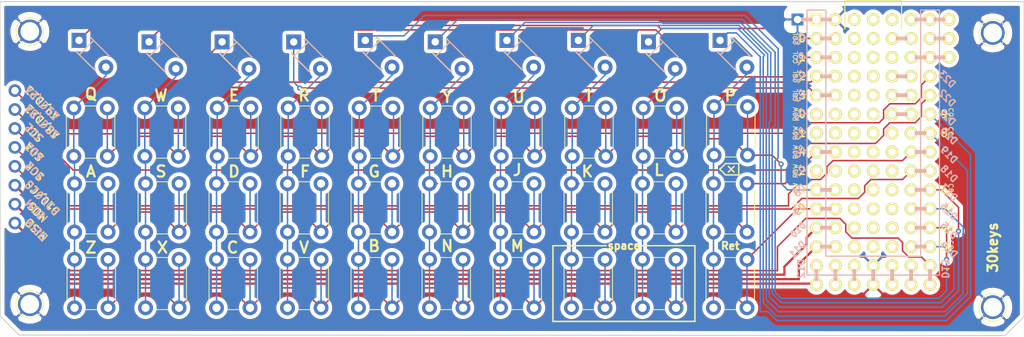
<source format=kicad_pcb>
(kicad_pcb (version 20171130) (host pcbnew "(5.1.9-0-10_14)")
  (title_block (title "Teensy Thumb Board") (date 2018-11-11) (rev 1.1))
  (layers (0 F.Cu signal) (31 B.Cu signal) (34 B.Paste user) (35 F.Paste user) (36 B.SilkS user) (37 F.SilkS user) (38 B.Mask user) (39 F.Mask user) (44 Edge.Cuts user hide))
  (net 0 "")
  (net 1 "Net-(D1-Pad2)")
  (net 2 "Net-(D2-Pad2)")
  (net 3 "Net-(D3-Pad2)")
  (net 4 "Net-(D4-Pad2)")
  (net 5 "Net-(D5-Pad2)")
  (net 6 "Net-(D6-Pad2)")
  (net 7 "Net-(D7-Pad2)")
  (net 8 "Net-(D8-Pad2)")
  (net 9 "Net-(D9-Pad2)")
  (net 10 "Net-(D10-Pad2)")
  (net 11 ROW3)
  (net 12 ROW4)
  (net 13 COL0)
  (net 14 COL1)
  (net 15 COL2)
  (net 16 COL3)
  (net 17 COL4)
  (net 18 COL5)
  (net 19 COL6)
  (net 20 COL7)
  (net 21 COL8)
  (net 22 COL9)
  (net 23 GND)
  (net 24 ROW5)
  (net 25 22-A8)
  (net 26 23-A9)
  (net 27 SCL)
  (net 28 SDA)
  (net 29 SCK)
  (net 30 DIN)
  (net 31 DOUT)
  (net 32 CS)
  (net 33 +3V3)
  (net 34 VIN)
  (net 35 "Net-(U1-Pad32)")
  (net 36 "Net-(U1-Pad15)")
  (net 37 "Net-(U1-Pad19)")
  (net 38 "Net-(U1-Pad16)")
  (net 39 "Net-(U1-Pad18)")
  (net 40 "Net-(U1-Pad35)")
  (net 41 "Net-(U1-Pad37)")
  (net 42 "Net-(U1-Pad34)")
  (net 43 "Net-(U1-Pad36)")
  (module Buttons_Switches_THT:SW_PUSH_6mm (layer F.Cu) (at 131.544 130.96 90)
    (fp_text reference SW33 hide)
    (fp_text value SW_Push)
    (pad 2 thru_hole circle (at 0 4.5 180) (size 2 2) (drill 1.1) (layers *.Cu *.Mask) (net 11 ROW3))
    (pad 1 thru_hole circle (at 0 0 180) (size 2 2) (drill 1.1) (layers *.Cu *.Mask) (net 3 "Net-(D3-Pad2)"))
    (pad 2 thru_hole circle (at 6.5 4.5 180) (size 2 2) (drill 1.1) (layers *.Cu *.Mask) (net 11 ROW3))
    (pad 1 thru_hole circle (at 6.5 0 180) (size 2 2) (drill 1.1) (layers *.Cu *.Mask) (net 3 "Net-(D3-Pad2)"))
  )
  (module Diodes_THT:D_T-1_P5.08mm_Horizontal (layer F.Cu) (at 160.795 115.6 315)
    (fp_text reference D6 hide)
    (fp_text value D_Zener_Small)
    (pad 2 thru_hole oval (at 5.079999 0 315) (size 2 2) (drill 1) (layers *.Cu *.Mask) (net 6 "Net-(D6-Pad2)"))
    (pad 1 thru_hole rect (at 0 0) (size 2 2) (drill 1) (layers *.Cu *.Mask) (net 18 COL5))
  )
  (module Diodes_THT:D_T-1_P5.08mm_Horizontal (layer F.Cu) (at 179.995 115.4 315)
    (fp_text reference D8 hide)
    (fp_text value D_Zener_Small)
    (pad 2 thru_hole oval (at 5.079999 0 315) (size 2 2) (drill 1) (layers *.Cu *.Mask) (net 8 "Net-(D8-Pad2)"))
    (pad 1 thru_hole rect (at 0 0) (size 2 2) (drill 1) (layers *.Cu *.Mask) (net 20 COL7))
  )
  (module Buttons_Switches_THT:SW_PUSH_6mm (layer F.Cu) (at 169.644 130.96 90)
    (fp_text reference SW37 hide)
    (fp_text value SW_Push)
    (pad 2 thru_hole circle (at 0 4.5 180) (size 2 2) (drill 1.1) (layers *.Cu *.Mask) (net 11 ROW3))
    (pad 1 thru_hole circle (at 0 0 180) (size 2 2) (drill 1.1) (layers *.Cu *.Mask) (net 7 "Net-(D7-Pad2)"))
    (pad 2 thru_hole circle (at 6.5 4.5 180) (size 2 2) (drill 1.1) (layers *.Cu *.Mask) (net 11 ROW3))
    (pad 1 thru_hole circle (at 6.5 0 180) (size 2 2) (drill 1.1) (layers *.Cu *.Mask) (net 7 "Net-(D7-Pad2)"))
  )
  (module Diodes_THT:D_T-1_P5.08mm_Horizontal (layer F.Cu) (at 170.402898 115.407898 315)
    (fp_text reference D7 hide)
    (fp_text value D_Zener_Small)
    (pad 1 thru_hole rect (at 0 0) (size 2 2) (drill 1) (layers *.Cu *.Mask) (net 19 COL6))
    (pad 2 thru_hole oval (at 5.079999 0 315) (size 2 2) (drill 1) (layers *.Cu *.Mask) (net 7 "Net-(D7-Pad2)"))
  )
  (module Buttons_Switches_THT:SW_PUSH_6mm (layer F.Cu) (at 188.595 141.12 90)
    (fp_text reference SW49 hide)
    (fp_text value SW_Push)
    (pad 2 thru_hole circle (at 0 4.5 180) (size 2 2) (drill 1.1) (layers *.Cu *.Mask) (net 12 ROW4))
    (pad 1 thru_hole circle (at 0 0 180) (size 2 2) (drill 1.1) (layers *.Cu *.Mask) (net 9 "Net-(D9-Pad2)"))
    (pad 2 thru_hole circle (at 6.5 4.5 180) (size 2 2) (drill 1.1) (layers *.Cu *.Mask) (net 12 ROW4))
    (pad 1 thru_hole circle (at 6.5 0 180) (size 2 2) (drill 1.1) (layers *.Cu *.Mask) (net 9 "Net-(D9-Pad2)"))
  )
  (module Buttons_Switches_THT:SW_PUSH_6mm (layer F.Cu) (at 112.395 141.12 90)
    (fp_text reference SW41 hide)
    (fp_text value SW_Push)
    (pad 2 thru_hole circle (at 0 4.5 180) (size 2 2) (drill 1.1) (layers *.Cu *.Mask) (net 12 ROW4))
    (pad 1 thru_hole circle (at 0 0 180) (size 2 2) (drill 1.1) (layers *.Cu *.Mask) (net 1 "Net-(D1-Pad2)"))
    (pad 2 thru_hole circle (at 6.5 4.5 180) (size 2 2) (drill 1.1) (layers *.Cu *.Mask) (net 12 ROW4))
    (pad 1 thru_hole circle (at 6.5 0 180) (size 2 2) (drill 1.1) (layers *.Cu *.Mask) (net 1 "Net-(D1-Pad2)"))
  )
  (module teensy32:Teensy32_InnerProto (layer F.Cu) (at 219.555 129.11 270)
    (fp_text reference U1 hide)
    (fp_text value Teensy3.2)
    (pad 31 thru_hole circle (at -11.43 -10.16 270) (size 1.7 1.7) (drill 1) (layers *.Cu *.Mask F.SilkS) (net 33 +3V3))
    (pad 32 thru_hole circle (at -13.97 -10.16 270) (size 1.7 1.7) (drill 1) (layers *.Cu *.Mask F.SilkS) (net 35 "Net-(U1-Pad32)"))
    (pad 33 thru_hole circle (at -16.51 -10.16 270) (size 1.7 1.7) (drill 1) (layers *.Cu *.Mask F.SilkS) (net 34 VIN))
    (pad 1 thru_hole rect (at -16.51 7.62 270) (size 1.6 1.6) (drill 1.1) (layers *.Cu *.Mask F.SilkS) (net 23 GND))
    (pad 2 thru_hole circle (at -13.97 7.62 270) (size 1.7 1.7) (drill 1) (layers *.Cu *.Mask F.SilkS) (net 13 COL0))
    (pad 3 thru_hole circle (at -11.43 7.62 270) (size 1.7 1.7) (drill 1) (layers *.Cu *.Mask F.SilkS) (net 14 COL1))
    (pad 4 thru_hole circle (at -8.89 7.62 270) (size 1.7 1.7) (drill 1) (layers *.Cu *.Mask F.SilkS) (net 15 COL2))
    (pad 5 thru_hole circle (at -6.35 7.62 270) (size 1.7 1.7) (drill 1) (layers *.Cu *.Mask F.SilkS) (net 16 COL3))
    (pad "" thru_hole circle (at -3.81 7.62 270) (size 1.7 1.7) (drill 1) (layers *.Cu *.Mask F.SilkS))
    (pad "" thru_hole circle (at -1.27 7.62 270) (size 1.7 1.7) (drill 1) (layers *.Cu *.Mask F.SilkS))
    (pad 8 thru_hole circle (at 1.27 7.62 270) (size 1.7 1.7) (drill 1) (layers *.Cu *.Mask F.SilkS) (net 12 ROW4))
    (pad "" thru_hole circle (at 3.81 7.62 270) (size 1.7 1.7) (drill 1) (layers *.Cu *.Mask F.SilkS))
    (pad 10 thru_hole circle (at 6.35 7.62 270) (size 1.7 1.7) (drill 1) (layers *.Cu *.Mask F.SilkS) (net 11 ROW3))
    (pad 11 thru_hole circle (at 8.89 7.62 270) (size 1.7 1.7) (drill 1) (layers *.Cu *.Mask F.SilkS) (net 24 ROW5))
    (pad 12 thru_hole circle (at 11.43 7.62 270) (size 1.7 1.7) (drill 1) (layers *.Cu *.Mask F.SilkS) (net 32 CS))
    (pad 13 thru_hole circle (at 13.97 7.62 270) (size 1.7 1.7) (drill 1) (layers *.Cu *.Mask F.SilkS) (net 31 DOUT))
    (pad 33 thru_hole circle (at -16.51 -7.62 270) (size 1.7 1.7) (drill 1) (layers *.Cu *.Mask F.SilkS) (net 34 VIN))
    (pad 32 thru_hole circle (at -13.97 -7.62 270) (size 1.7 1.7) (drill 1) (layers *.Cu *.Mask F.SilkS) (net 35 "Net-(U1-Pad32)"))
    (pad 31 thru_hole circle (at -11.43 -7.62 270) (size 1.7 1.7) (drill 1) (layers *.Cu *.Mask F.SilkS) (net 33 +3V3))
    (pad 30 thru_hole circle (at -8.89 -7.62 270) (size 1.7 1.7) (drill 1) (layers *.Cu *.Mask F.SilkS) (net 26 23-A9))
    (pad 29 thru_hole circle (at -6.35 -7.62 270) (size 1.7 1.7) (drill 1) (layers *.Cu *.Mask F.SilkS) (net 25 22-A8))
    (pad 28 thru_hole circle (at -3.81 -7.62 270) (size 1.7 1.7) (drill 1) (layers *.Cu *.Mask F.SilkS) (net 22 COL9))
    (pad 27 thru_hole circle (at -1.27 -7.62 270) (size 1.7 1.7) (drill 1) (layers *.Cu *.Mask F.SilkS) (net 21 COL8))
    (pad 26 thru_hole circle (at 1.27 -7.62 270) (size 1.7 1.7) (drill 1) (layers *.Cu *.Mask F.SilkS) (net 27 SCL))
    (pad 25 thru_hole circle (at 3.81 -7.62 270) (size 1.7 1.7) (drill 1) (layers *.Cu *.Mask F.SilkS) (net 28 SDA))
    (pad 24 thru_hole circle (at 6.35 -7.62 270) (size 1.7 1.7) (drill 1) (layers *.Cu *.Mask F.SilkS) (net 19 COL6))
    (pad 23 thru_hole circle (at 8.89 -7.62 270) (size 1.7 1.7) (drill 1) (layers *.Cu *.Mask F.SilkS) (net 20 COL7))
    (pad 22 thru_hole circle (at 11.43 -7.62 270) (size 1.7 1.7) (drill 1) (layers *.Cu *.Mask F.SilkS) (net 17 COL4))
    (pad 21 thru_hole circle (at 13.97 -7.62 270) (size 1.7 1.7) (drill 1) (layers *.Cu *.Mask F.SilkS) (net 18 COL5))
    (pad 14 thru_hole circle (at 16.51 7.62 270) (size 1.7 1.7) (drill 1) (layers *.Cu *.Mask F.SilkS) (net 30 DIN))
    (pad 20 thru_hole circle (at 16.51 -7.62 270) (size 1.7 1.7) (drill 1) (layers *.Cu *.Mask F.SilkS) (net 29 SCK))
    (pad 1 thru_hole circle (at -16.51 5.08 270) (size 1.7 1.7) (drill 1) (layers *.Cu *.Mask F.SilkS) (net 23 GND))
    (pad 2 thru_hole circle (at -13.97 5.08 270) (size 1.7 1.7) (drill 1) (layers *.Cu *.Mask F.SilkS) (net 13 COL0))
    (pad "" thru_hole circle (at -13.97 2.54 270) (size 1.7 1.7) (drill 1) (layers *.Cu *.Mask F.SilkS))
    (pad "" thru_hole circle (at -11.43 2.54 270) (size 1.7 1.7) (drill 1) (layers *.Cu *.Mask F.SilkS))
    (pad 3 thru_hole circle (at -11.43 5.08 270) (size 1.7 1.7) (drill 1) (layers *.Cu *.Mask F.SilkS) (net 14 COL1))
    (pad 10 thru_hole circle (at 6.35 5.08 270) (size 1.7 1.7) (drill 1) (layers *.Cu *.Mask F.SilkS) (net 11 ROW3))
    (pad 11 thru_hole circle (at 8.89 5.08 270) (size 1.7 1.7) (drill 1) (layers *.Cu *.Mask F.SilkS) (net 24 ROW5))
    (pad 13 thru_hole circle (at 13.97 5.08 270) (size 1.7 1.7) (drill 1) (layers *.Cu *.Mask F.SilkS) (net 31 DOUT))
    (pad 5 thru_hole circle (at -6.35 5.08 270) (size 1.7 1.7) (drill 1) (layers *.Cu *.Mask F.SilkS) (net 16 COL3))
    (pad "" thru_hole circle (at 3.81 5.08 270) (size 1.7 1.7) (drill 1) (layers *.Cu *.Mask F.SilkS))
    (pad "" thru_hole circle (at -3.81 5.08 270) (size 1.7 1.7) (drill 1) (layers *.Cu *.Mask F.SilkS))
    (pad 15 thru_hole circle (at 16.51 5.08 270) (size 1.7 1.7) (drill 1) (layers *.Cu *.Mask F.SilkS) (net 36 "Net-(U1-Pad15)"))
    (pad "" thru_hole circle (at -1.27 5.08 270) (size 1.7 1.7) (drill 1) (layers *.Cu *.Mask F.SilkS))
    (pad 12 thru_hole circle (at 11.43 5.08 270) (size 1.7 1.7) (drill 1) (layers *.Cu *.Mask F.SilkS) (net 32 CS))
    (pad 8 thru_hole circle (at 1.27 5.08 270) (size 1.7 1.7) (drill 1) (layers *.Cu *.Mask F.SilkS) (net 12 ROW4))
    (pad 4 thru_hole circle (at -8.89 5.08 270) (size 1.7 1.7) (drill 1) (layers *.Cu *.Mask F.SilkS) (net 15 COL2))
    (pad 26 thru_hole circle (at 1.27 -5.08 270) (size 1.7 1.7) (drill 1) (layers *.Cu *.Mask F.SilkS) (net 27 SCL))
    (pad 23 thru_hole circle (at 8.89 -5.08 270) (size 1.7 1.7) (drill 1) (layers *.Cu *.Mask F.SilkS) (net 20 COL7))
    (pad 35 thru_hole circle (at -8.89 -5.08 270) (size 1.7 1.7) (drill 1) (layers *.Cu *.Mask F.SilkS) (net 40 "Net-(U1-Pad35)"))
    (pad 31 thru_hole circle (at -11.43 -5.08 270) (size 1.7 1.7) (drill 1) (layers *.Cu *.Mask F.SilkS) (net 33 +3V3))
    (pad 24 thru_hole circle (at 6.35 -5.08 270) (size 1.7 1.7) (drill 1) (layers *.Cu *.Mask F.SilkS) (net 19 COL6))
    (pad 25 thru_hole circle (at 3.81 -5.08 270) (size 1.7 1.7) (drill 1) (layers *.Cu *.Mask F.SilkS) (net 28 SDA))
    (pad 37 thru_hole circle (at -3.81 -5.08 270) (size 1.7 1.7) (drill 1) (layers *.Cu *.Mask F.SilkS) (net 41 "Net-(U1-Pad37)"))
    (pad 19 thru_hole circle (at 16.51 -5.08 270) (size 1.7 1.7) (drill 1) (layers *.Cu *.Mask F.SilkS) (net 37 "Net-(U1-Pad19)"))
    (pad 21 thru_hole circle (at 13.97 -5.08 270) (size 1.7 1.7) (drill 1) (layers *.Cu *.Mask F.SilkS) (net 18 COL5))
    (pad 22 thru_hole circle (at 11.43 -5.08 270) (size 1.7 1.7) (drill 1) (layers *.Cu *.Mask F.SilkS) (net 17 COL4))
    (pad 27 thru_hole circle (at -1.27 -5.08 270) (size 1.7 1.7) (drill 1) (layers *.Cu *.Mask F.SilkS) (net 21 COL8))
    (pad 34 thru_hole circle (at -13.97 -5.08 270) (size 1.7 1.7) (drill 1) (layers *.Cu *.Mask F.SilkS) (net 42 "Net-(U1-Pad34)"))
    (pad 33 thru_hole circle (at -16.51 -5.08 270) (size 1.7 1.7) (drill 1) (layers *.Cu *.Mask F.SilkS) (net 34 VIN))
    (pad 36 thru_hole circle (at -6.35 -5.08 270) (size 1.7 1.7) (drill 1) (layers *.Cu *.Mask F.SilkS) (net 43 "Net-(U1-Pad36)"))
    (pad "" thru_hole circle (at -8.89 2.54 270) (size 1.7 1.7) (drill 1) (layers *.Cu *.Mask F.SilkS))
    (pad "" thru_hole circle (at -6.35 2.54 270) (size 1.7 1.7) (drill 1) (layers *.Cu *.Mask F.SilkS))
    (pad "" thru_hole circle (at -3.81 2.54 270) (size 1.7 1.7) (drill 1) (layers *.Cu *.Mask F.SilkS))
    (pad "" thru_hole circle (at -1.27 2.54 270) (size 1.7 1.7) (drill 1) (layers *.Cu *.Mask F.SilkS))
    (pad "" thru_hole circle (at 1.27 2.54 270) (size 1.7 1.7) (drill 1) (layers *.Cu *.Mask F.SilkS))
    (pad "" thru_hole circle (at 3.81 2.54 270) (size 1.7 1.7) (drill 1) (layers *.Cu *.Mask F.SilkS))
    (pad "" thru_hole circle (at 6.35 2.54 270) (size 1.7 1.7) (drill 1) (layers *.Cu *.Mask F.SilkS))
    (pad "" thru_hole circle (at 8.89 2.54 270) (size 1.7 1.7) (drill 1) (layers *.Cu *.Mask F.SilkS))
    (pad "" thru_hole circle (at 11.43 2.54 270) (size 1.7 1.7) (drill 1) (layers *.Cu *.Mask F.SilkS))
    (pad "" thru_hole circle (at 13.97 2.54 270) (size 1.7 1.7) (drill 1) (layers *.Cu *.Mask F.SilkS))
    (pad 16 thru_hole circle (at 16.51 2.54 270) (size 1.7 1.7) (drill 1) (layers *.Cu *.Mask F.SilkS) (net 38 "Net-(U1-Pad16)"))
    (pad "" thru_hole circle (at -16.51 2.54 270) (size 1.7 1.7) (drill 1) (layers *.Cu *.Mask F.SilkS))
    (pad "" thru_hole circle (at -3.81 0 270) (size 1.7 1.7) (drill 1) (layers *.Cu *.Mask F.SilkS))
    (pad "" thru_hole circle (at -13.97 0 270) (size 1.7 1.7) (drill 1) (layers *.Cu *.Mask F.SilkS))
    (pad "" thru_hole circle (at -6.35 0 270) (size 1.7 1.7) (drill 1) (layers *.Cu *.Mask F.SilkS))
    (pad "" thru_hole circle (at -1.27 0 270) (size 1.7 1.7) (drill 1) (layers *.Cu *.Mask F.SilkS))
    (pad "" thru_hole circle (at -11.43 0 270) (size 1.7 1.7) (drill 1) (layers *.Cu *.Mask F.SilkS))
    (pad "" thru_hole circle (at -8.89 0 270) (size 1.7 1.7) (drill 1) (layers *.Cu *.Mask F.SilkS))
    (pad "" thru_hole circle (at 6.35 0 270) (size 1.7 1.7) (drill 1) (layers *.Cu *.Mask F.SilkS))
    (pad "" thru_hole circle (at 3.81 0 270) (size 1.7 1.7) (drill 1) (layers *.Cu *.Mask F.SilkS))
    (pad "" thru_hole circle (at 11.43 0 270) (size 1.7 1.7) (drill 1) (layers *.Cu *.Mask F.SilkS))
    (pad "" thru_hole circle (at 13.97 0 270) (size 1.7 1.7) (drill 1) (layers *.Cu *.Mask F.SilkS))
    (pad "" thru_hole circle (at -16.51 0 270) (size 1.7 1.7) (drill 1) (layers *.Cu *.Mask F.SilkS))
    (pad "" thru_hole circle (at 8.89 0 270) (size 1.7 1.7) (drill 1) (layers *.Cu *.Mask F.SilkS))
    (pad 17 thru_hole circle (at 16.51 0 270) (size 1.7 1.7) (drill 1) (layers *.Cu *.Mask F.SilkS) (net 23 GND))
    (pad "" thru_hole circle (at 1.27 0 270) (size 1.7 1.7) (drill 1) (layers *.Cu *.Mask F.SilkS))
    (pad 36 thru_hole circle (at -6.35 -2.54 270) (size 1.7 1.7) (drill 1) (layers *.Cu *.Mask F.SilkS) (net 43 "Net-(U1-Pad36)"))
    (pad "" thru_hole circle (at -11.43 -2.54 270) (size 1.7 1.7) (drill 1) (layers *.Cu *.Mask F.SilkS))
    (pad "" thru_hole circle (at 6.35 -2.54 270) (size 1.7 1.7) (drill 1) (layers *.Cu *.Mask F.SilkS))
    (pad "" thru_hole circle (at -16.51 -2.54 270) (size 1.7 1.7) (drill 1) (layers *.Cu *.Mask F.SilkS))
    (pad "" thru_hole circle (at 13.97 -2.54 270) (size 1.7 1.7) (drill 1) (layers *.Cu *.Mask F.SilkS))
    (pad "" thru_hole circle (at 3.81 -2.54 270) (size 1.7 1.7) (drill 1) (layers *.Cu *.Mask F.SilkS))
    (pad 34 thru_hole circle (at -13.97 -2.54 270) (size 1.7 1.7) (drill 1) (layers *.Cu *.Mask F.SilkS) (net 42 "Net-(U1-Pad34)"))
    (pad "" thru_hole circle (at 11.43 -2.54 270) (size 1.7 1.7) (drill 1) (layers *.Cu *.Mask F.SilkS))
    (pad "" thru_hole circle (at -1.27 -2.54 270) (size 1.7 1.7) (drill 1) (layers *.Cu *.Mask F.SilkS))
    (pad 18 thru_hole circle (at 16.51 -2.54 270) (size 1.7 1.7) (drill 1) (layers *.Cu *.Mask F.SilkS) (net 39 "Net-(U1-Pad18)"))
    (pad "" thru_hole circle (at 1.27 -2.54 270) (size 1.7 1.7) (drill 1) (layers *.Cu *.Mask F.SilkS))
    (pad "" thru_hole circle (at 8.89 -2.54 270) (size 1.7 1.7) (drill 1) (layers *.Cu *.Mask F.SilkS))
    (pad 37 thru_hole circle (at -3.81 -2.54 270) (size 1.7 1.7) (drill 1) (layers *.Cu *.Mask F.SilkS) (net 41 "Net-(U1-Pad37)"))
    (pad 35 thru_hole circle (at -8.89 -2.54 270) (size 1.7 1.7) (drill 1) (layers *.Cu *.Mask F.SilkS) (net 40 "Net-(U1-Pad35)"))
    (pad 20 thru_hole circle (at 19.05 -7.62 270) (size 1.7 1.7) (drill 1) (layers *.Cu *.Mask F.SilkS) (net 29 SCK))
    (pad 14 thru_hole circle (at 19.05 7.62 270) (size 1.7 1.7) (drill 1) (layers *.Cu *.Mask F.SilkS) (net 30 DIN))
    (pad 19 thru_hole circle (at 19.05 -5.08 270) (size 1.7 1.7) (drill 1) (layers *.Cu *.Mask F.SilkS) (net 37 "Net-(U1-Pad19)"))
    (pad 17 thru_hole circle (at 19.05 0 270) (size 1.7 1.7) (drill 1) (layers *.Cu *.Mask F.SilkS) (net 23 GND))
    (pad 18 thru_hole circle (at 19.05 -2.54 270) (size 1.7 1.7) (drill 1) (layers *.Cu *.Mask F.SilkS) (net 39 "Net-(U1-Pad18)"))
    (pad 15 thru_hole circle (at 19.05 5.08 270) (size 1.7 1.7) (drill 1) (layers *.Cu *.Mask F.SilkS) (net 36 "Net-(U1-Pad15)"))
    (pad 16 thru_hole circle (at 19.05 2.54 270) (size 1.7 1.7) (drill 1) (layers *.Cu *.Mask F.SilkS) (net 38 "Net-(U1-Pad16)"))
  )
  (module Buttons_Switches_THT:SW_PUSH_6mm (layer F.Cu) (at 160.119 130.96 90)
    (fp_text reference SW36 hide)
    (fp_text value SW_Push)
    (pad 1 thru_hole circle (at 6.5 0 180) (size 2 2) (drill 1.1) (layers *.Cu *.Mask) (net 6 "Net-(D6-Pad2)"))
    (pad 2 thru_hole circle (at 6.5 4.5 180) (size 2 2) (drill 1.1) (layers *.Cu *.Mask) (net 11 ROW3))
    (pad 1 thru_hole circle (at 0 0 180) (size 2 2) (drill 1.1) (layers *.Cu *.Mask) (net 6 "Net-(D6-Pad2)"))
    (pad 2 thru_hole circle (at 0 4.5 180) (size 2 2) (drill 1.1) (layers *.Cu *.Mask) (net 11 ROW3))
  )
  (module Buttons_Switches_THT:SW_PUSH_6mm (layer F.Cu) (at 150.594 130.96 90)
    (fp_text reference SW35 hide)
    (fp_text value SW_Push)
    (pad 2 thru_hole circle (at 0 4.5 180) (size 2 2) (drill 1.1) (layers *.Cu *.Mask) (net 11 ROW3))
    (pad 1 thru_hole circle (at 0 0 180) (size 2 2) (drill 1.1) (layers *.Cu *.Mask) (net 5 "Net-(D5-Pad2)"))
    (pad 2 thru_hole circle (at 6.5 4.5 180) (size 2 2) (drill 1.1) (layers *.Cu *.Mask) (net 11 ROW3))
    (pad 1 thru_hole circle (at 6.5 0 180) (size 2 2) (drill 1.1) (layers *.Cu *.Mask) (net 5 "Net-(D5-Pad2)"))
  )
  (module teensy32:PinHeader_1x01_P2.54mm_Vertical (layer F.Cu) (at 209.395 112.6)
    (fp_text reference J7 hide)
    (fp_text value Conn_01x01_Male)
    (pad 1 thru_hole rect (at 0 0) (size 1.6 1.6) (drill 1) (layers *.Cu *.Mask) (net 23 GND))
  )
  (module Diodes_THT:D_T-1_P5.08mm_Horizontal (layer F.Cu) (at 113.002898 115.4 315)
    (fp_text reference D1 hide)
    (fp_text value D_Zener_Small)
    (pad 1 thru_hole rect (at 0 0) (size 2 2) (drill 1) (layers *.Cu *.Mask) (net 13 COL0))
    (pad 2 thru_hole oval (at 5.08 0 315) (size 2 2) (drill 1) (layers *.Cu *.Mask) (net 1 "Net-(D1-Pad2)"))
  )
  (module Diodes_THT:D_T-1_P5.08mm_Horizontal (layer F.Cu) (at 122.395 115.6 315)
    (fp_text reference D2 hide)
    (fp_text value D_Zener_Small)
    (pad 2 thru_hole oval (at 5.08 0 315) (size 2 2) (drill 1) (layers *.Cu *.Mask) (net 2 "Net-(D2-Pad2)"))
    (pad 1 thru_hole rect (at 0 0) (size 2 2) (drill 1) (layers *.Cu *.Mask) (net 14 COL1))
  )
  (module Diodes_THT:D_T-1_P5.08mm_Horizontal (layer F.Cu) (at 132.195 115.607898 315)
    (fp_text reference D3 hide)
    (fp_text value D_Zener_Small)
    (pad 1 thru_hole rect (at 0 0) (size 2 2) (drill 1) (layers *.Cu *.Mask) (net 15 COL2))
    (pad 2 thru_hole oval (at 5.08 0 315) (size 2 2) (drill 1) (layers *.Cu *.Mask) (net 3 "Net-(D3-Pad2)"))
  )
  (module Diodes_THT:D_T-1_P5.08mm_Horizontal (layer F.Cu) (at 141.802898 115.607898 315)
    (fp_text reference D4 hide)
    (fp_text value D_Zener_Small)
    (pad 2 thru_hole oval (at 5.08 0 315) (size 2 2) (drill 1) (layers *.Cu *.Mask) (net 4 "Net-(D4-Pad2)"))
    (pad 1 thru_hole rect (at 0 0) (size 2 2) (drill 1) (layers *.Cu *.Mask) (net 16 COL3))
  )
  (module Diodes_THT:D_T-1_P5.08mm_Horizontal (layer F.Cu) (at 151.402898 115.407898 315)
    (fp_text reference D5 hide)
    (fp_text value D_Zener_Small)
    (pad 2 thru_hole oval (at 5.079999 0 315) (size 2 2) (drill 1) (layers *.Cu *.Mask) (net 5 "Net-(D5-Pad2)"))
    (pad 1 thru_hole rect (at 0 0) (size 2 2) (drill 1) (layers *.Cu *.Mask) (net 17 COL4))
  )
  (module Diodes_THT:D_T-1_P5.08mm_Horizontal (layer F.Cu) (at 189.402898 115.607898 315)
    (fp_text reference D9 hide)
    (fp_text value D_Zener_Small)
    (pad 2 thru_hole oval (at 5.079999 0 315) (size 2 2) (drill 1) (layers *.Cu *.Mask) (net 9 "Net-(D9-Pad2)"))
    (pad 1 thru_hole rect (at 0 0) (size 2 2) (drill 1) (layers *.Cu *.Mask) (net 21 COL8))
  )
  (module Diodes_THT:D_T-1_P5.08mm_Horizontal (layer F.Cu) (at 199.002898 115.407898 315)
    (fp_text reference D10 hide)
    (fp_text value D_Zener_Small)
    (pad 2 thru_hole oval (at 5.079999 0 315) (size 2 2) (drill 1) (layers *.Cu *.Mask) (net 10 "Net-(D10-Pad2)"))
    (pad 1 thru_hole rect (at 0 0) (size 2 2) (drill 1) (layers *.Cu *.Mask) (net 22 COL9))
  )
  (module Buttons_Switches_THT:SW_PUSH_6mm (layer F.Cu) (at 112.294 130.96 90)
    (fp_text reference SW31 hide)
    (fp_text value SW_Push)
    (pad 2 thru_hole circle (at 0 4.5 180) (size 2 2) (drill 1.1) (layers *.Cu *.Mask) (net 11 ROW3))
    (pad 1 thru_hole circle (at 0 0 180) (size 2 2) (drill 1.1) (layers *.Cu *.Mask) (net 1 "Net-(D1-Pad2)"))
    (pad 2 thru_hole circle (at 6.5 4.5 180) (size 2 2) (drill 1.1) (layers *.Cu *.Mask) (net 11 ROW3))
    (pad 1 thru_hole circle (at 6.5 0 180) (size 2 2) (drill 1.1) (layers *.Cu *.Mask) (net 1 "Net-(D1-Pad2)"))
  )
  (module Buttons_Switches_THT:SW_PUSH_6mm (layer F.Cu) (at 121.819 130.96 90)
    (fp_text reference SW32 hide)
    (fp_text value SW_Push)
    (pad 1 thru_hole circle (at 6.5 0 180) (size 2 2) (drill 1.1) (layers *.Cu *.Mask) (net 2 "Net-(D2-Pad2)"))
    (pad 2 thru_hole circle (at 6.5 4.5 180) (size 2 2) (drill 1.1) (layers *.Cu *.Mask) (net 11 ROW3))
    (pad 1 thru_hole circle (at 0 0 180) (size 2 2) (drill 1.1) (layers *.Cu *.Mask) (net 2 "Net-(D2-Pad2)"))
    (pad 2 thru_hole circle (at 0 4.5 180) (size 2 2) (drill 1.1) (layers *.Cu *.Mask) (net 11 ROW3))
  )
  (module Buttons_Switches_THT:SW_PUSH_6mm (layer F.Cu) (at 141.069 130.96 90)
    (fp_text reference SW34 hide)
    (fp_text value SW_Push)
    (pad 1 thru_hole circle (at 6.5 0 180) (size 2 2) (drill 1.1) (layers *.Cu *.Mask) (net 4 "Net-(D4-Pad2)"))
    (pad 2 thru_hole circle (at 6.5 4.5 180) (size 2 2) (drill 1.1) (layers *.Cu *.Mask) (net 11 ROW3))
    (pad 1 thru_hole circle (at 0 0 180) (size 2 2) (drill 1.1) (layers *.Cu *.Mask) (net 4 "Net-(D4-Pad2)"))
    (pad 2 thru_hole circle (at 0 4.5 180) (size 2 2) (drill 1.1) (layers *.Cu *.Mask) (net 11 ROW3))
  )
  (module Buttons_Switches_THT:SW_PUSH_6mm (layer F.Cu) (at 179.169 130.96 90)
    (fp_text reference SW38 hide)
    (fp_text value SW_Push)
    (pad 2 thru_hole circle (at 0 4.5 180) (size 2 2) (drill 1.1) (layers *.Cu *.Mask) (net 11 ROW3))
    (pad 1 thru_hole circle (at 0 0 180) (size 2 2) (drill 1.1) (layers *.Cu *.Mask) (net 8 "Net-(D8-Pad2)"))
    (pad 2 thru_hole circle (at 6.5 4.5 180) (size 2 2) (drill 1.1) (layers *.Cu *.Mask) (net 11 ROW3))
    (pad 1 thru_hole circle (at 6.5 0 180) (size 2 2) (drill 1.1) (layers *.Cu *.Mask) (net 8 "Net-(D8-Pad2)"))
  )
  (module Buttons_Switches_THT:SW_PUSH_6mm (layer F.Cu) (at 188.694 130.96 90)
    (fp_text reference SW39 hide)
    (fp_text value SW_Push)
    (pad 2 thru_hole circle (at 0 4.5 180) (size 2 2) (drill 1.1) (layers *.Cu *.Mask) (net 11 ROW3))
    (pad 1 thru_hole circle (at 0 0 180) (size 2 2) (drill 1.1) (layers *.Cu *.Mask) (net 9 "Net-(D9-Pad2)"))
    (pad 2 thru_hole circle (at 6.5 4.5 180) (size 2 2) (drill 1.1) (layers *.Cu *.Mask) (net 11 ROW3))
    (pad 1 thru_hole circle (at 6.5 0 180) (size 2 2) (drill 1.1) (layers *.Cu *.Mask) (net 9 "Net-(D9-Pad2)"))
  )
  (module Buttons_Switches_THT:SW_PUSH_6mm (layer F.Cu) (at 198.195 130.8 90)
    (fp_text reference SW40 hide)
    (fp_text value SW_Push)
    (pad 2 thru_hole circle (at 0 4.5 180) (size 2 2) (drill 1.1) (layers *.Cu *.Mask) (net 11 ROW3))
    (pad 1 thru_hole circle (at 0 0 180) (size 2 2) (drill 1.1) (layers *.Cu *.Mask) (net 10 "Net-(D10-Pad2)"))
    (pad 2 thru_hole circle (at 6.5 4.5 180) (size 2 2) (drill 1.1) (layers *.Cu *.Mask) (net 11 ROW3))
    (pad 1 thru_hole circle (at 6.5 0 180) (size 2 2) (drill 1.1) (layers *.Cu *.Mask) (net 10 "Net-(D10-Pad2)"))
  )
  (module Buttons_Switches_THT:SW_PUSH_6mm (layer F.Cu) (at 121.92 141.12 90)
    (fp_text reference SW42 hide)
    (fp_text value SW_Push)
    (pad 2 thru_hole circle (at 0 4.5 180) (size 2 2) (drill 1.1) (layers *.Cu *.Mask) (net 12 ROW4))
    (pad 1 thru_hole circle (at 0 0 180) (size 2 2) (drill 1.1) (layers *.Cu *.Mask) (net 2 "Net-(D2-Pad2)"))
    (pad 2 thru_hole circle (at 6.5 4.5 180) (size 2 2) (drill 1.1) (layers *.Cu *.Mask) (net 12 ROW4))
    (pad 1 thru_hole circle (at 6.5 0 180) (size 2 2) (drill 1.1) (layers *.Cu *.Mask) (net 2 "Net-(D2-Pad2)"))
  )
  (module Buttons_Switches_THT:SW_PUSH_6mm (layer F.Cu) (at 131.445 141.12 90)
    (fp_text reference SW43 hide)
    (fp_text value SW_Push)
    (pad 2 thru_hole circle (at 0 4.5 180) (size 2 2) (drill 1.1) (layers *.Cu *.Mask) (net 12 ROW4))
    (pad 1 thru_hole circle (at 0 0 180) (size 2 2) (drill 1.1) (layers *.Cu *.Mask) (net 3 "Net-(D3-Pad2)"))
    (pad 2 thru_hole circle (at 6.5 4.5 180) (size 2 2) (drill 1.1) (layers *.Cu *.Mask) (net 12 ROW4))
    (pad 1 thru_hole circle (at 6.5 0 180) (size 2 2) (drill 1.1) (layers *.Cu *.Mask) (net 3 "Net-(D3-Pad2)"))
  )
  (module Buttons_Switches_THT:SW_PUSH_6mm (layer F.Cu) (at 140.97 141.12 90)
    (fp_text reference SW44 hide)
    (fp_text value SW_Push)
    (pad 2 thru_hole circle (at 0 4.5 180) (size 2 2) (drill 1.1) (layers *.Cu *.Mask) (net 12 ROW4))
    (pad 1 thru_hole circle (at 0 0 180) (size 2 2) (drill 1.1) (layers *.Cu *.Mask) (net 4 "Net-(D4-Pad2)"))
    (pad 2 thru_hole circle (at 6.5 4.5 180) (size 2 2) (drill 1.1) (layers *.Cu *.Mask) (net 12 ROW4))
    (pad 1 thru_hole circle (at 6.5 0 180) (size 2 2) (drill 1.1) (layers *.Cu *.Mask) (net 4 "Net-(D4-Pad2)"))
  )
  (module Buttons_Switches_THT:SW_PUSH_6mm (layer F.Cu) (at 150.495 141.12 90)
    (fp_text reference SW45 hide)
    (fp_text value SW_Push)
    (pad 2 thru_hole circle (at 0 4.5 180) (size 2 2) (drill 1.1) (layers *.Cu *.Mask) (net 12 ROW4))
    (pad 1 thru_hole circle (at 0 0 180) (size 2 2) (drill 1.1) (layers *.Cu *.Mask) (net 5 "Net-(D5-Pad2)"))
    (pad 2 thru_hole circle (at 6.5 4.5 180) (size 2 2) (drill 1.1) (layers *.Cu *.Mask) (net 12 ROW4))
    (pad 1 thru_hole circle (at 6.5 0 180) (size 2 2) (drill 1.1) (layers *.Cu *.Mask) (net 5 "Net-(D5-Pad2)"))
  )
  (module Buttons_Switches_THT:SW_PUSH_6mm (layer F.Cu) (at 160.02 141.12 90)
    (fp_text reference SW46 hide)
    (fp_text value SW_Push)
    (pad 2 thru_hole circle (at 0 4.5 180) (size 2 2) (drill 1.1) (layers *.Cu *.Mask) (net 12 ROW4))
    (pad 1 thru_hole circle (at 0 0 180) (size 2 2) (drill 1.1) (layers *.Cu *.Mask) (net 6 "Net-(D6-Pad2)"))
    (pad 2 thru_hole circle (at 6.5 4.5 180) (size 2 2) (drill 1.1) (layers *.Cu *.Mask) (net 12 ROW4))
    (pad 1 thru_hole circle (at 6.5 0 180) (size 2 2) (drill 1.1) (layers *.Cu *.Mask) (net 6 "Net-(D6-Pad2)"))
  )
  (module Buttons_Switches_THT:SW_PUSH_6mm (layer F.Cu) (at 169.545 141.12 90)
    (fp_text reference SW47 hide)
    (fp_text value SW_Push)
    (pad 2 thru_hole circle (at 0 4.5 180) (size 2 2) (drill 1.1) (layers *.Cu *.Mask) (net 12 ROW4))
    (pad 1 thru_hole circle (at 0 0 180) (size 2 2) (drill 1.1) (layers *.Cu *.Mask) (net 7 "Net-(D7-Pad2)"))
    (pad 2 thru_hole circle (at 6.5 4.5 180) (size 2 2) (drill 1.1) (layers *.Cu *.Mask) (net 12 ROW4))
    (pad 1 thru_hole circle (at 6.5 0 180) (size 2 2) (drill 1.1) (layers *.Cu *.Mask) (net 7 "Net-(D7-Pad2)"))
  )
  (module Buttons_Switches_THT:SW_PUSH_6mm (layer F.Cu) (at 179.07 141.12 90)
    (fp_text reference SW48 hide)
    (fp_text value SW_Push)
    (pad 2 thru_hole circle (at 0 4.5 180) (size 2 2) (drill 1.1) (layers *.Cu *.Mask) (net 12 ROW4))
    (pad 1 thru_hole circle (at 0 0 180) (size 2 2) (drill 1.1) (layers *.Cu *.Mask) (net 8 "Net-(D8-Pad2)"))
    (pad 2 thru_hole circle (at 6.5 4.5 180) (size 2 2) (drill 1.1) (layers *.Cu *.Mask) (net 12 ROW4))
    (pad 1 thru_hole circle (at 6.5 0 180) (size 2 2) (drill 1.1) (layers *.Cu *.Mask) (net 8 "Net-(D8-Pad2)"))
  )
  (module Buttons_Switches_THT:SW_PUSH_6mm (layer F.Cu) (at 198.12 141.12 90)
    (fp_text reference SW50 hide)
    (fp_text value SW_Push)
    (pad 2 thru_hole circle (at 0 4.5 180) (size 2 2) (drill 1.1) (layers *.Cu *.Mask) (net 12 ROW4))
    (pad 1 thru_hole circle (at 0 0 180) (size 2 2) (drill 1.1) (layers *.Cu *.Mask) (net 10 "Net-(D10-Pad2)"))
    (pad 2 thru_hole circle (at 6.5 4.5 180) (size 2 2) (drill 1.1) (layers *.Cu *.Mask) (net 12 ROW4))
    (pad 1 thru_hole circle (at 6.5 0 180) (size 2 2) (drill 1.1) (layers *.Cu *.Mask) (net 10 "Net-(D10-Pad2)"))
  )
  (module anthonydigirolamo:2.5MountingHole (layer F.Cu) (at 106.395 150.8)
    (fp_text reference J2 hide)
    (fp_text value Conn_01x01)
    (pad 1 thru_hole circle (at 0 0) (size 3.2 3.2) (drill 2.5) (layers *.Cu *.Mask) (net 23 GND))
  )
  (module anthonydigirolamo:2.5MountingHole (layer F.Cu) (at 235.595 151.2)
    (fp_text reference J3 hide)
    (fp_text value Conn_01x01)
    (pad 1 thru_hole circle (at 0 0) (size 3.2 3.2) (drill 2.5) (layers *.Cu *.Mask) (net 23 GND))
  )
  (module anthonydigirolamo:2.5MountingHole (layer F.Cu) (at 106.395 114.2)
    (fp_text reference J4 hide)
    (fp_text value Conn_01x01)
    (pad 1 thru_hole circle (at 0 0) (size 3.2 3.2) (drill 2.5) (layers *.Cu *.Mask) (net 23 GND))
  )
  (module Buttons_Switches_THT:SW_PUSH_6mm (layer F.Cu) (at 112.395 151.28 90)
    (fp_text reference SW51 hide)
    (fp_text value SW_Push)
    (pad 2 thru_hole circle (at 0 4.5 180) (size 2 2) (drill 1.1) (layers *.Cu *.Mask) (net 24 ROW5))
    (pad 1 thru_hole circle (at 0 0 180) (size 2 2) (drill 1.1) (layers *.Cu *.Mask) (net 1 "Net-(D1-Pad2)"))
    (pad 2 thru_hole circle (at 6.5 4.5 180) (size 2 2) (drill 1.1) (layers *.Cu *.Mask) (net 24 ROW5))
    (pad 1 thru_hole circle (at 6.5 0 180) (size 2 2) (drill 1.1) (layers *.Cu *.Mask) (net 1 "Net-(D1-Pad2)"))
  )
  (module Buttons_Switches_THT:SW_PUSH_6mm (layer F.Cu) (at 121.92 151.28 90)
    (fp_text reference SW52 hide)
    (fp_text value SW_Push)
    (pad 2 thru_hole circle (at 0 4.5 180) (size 2 2) (drill 1.1) (layers *.Cu *.Mask) (net 24 ROW5))
    (pad 1 thru_hole circle (at 0 0 180) (size 2 2) (drill 1.1) (layers *.Cu *.Mask) (net 2 "Net-(D2-Pad2)"))
    (pad 2 thru_hole circle (at 6.5 4.5 180) (size 2 2) (drill 1.1) (layers *.Cu *.Mask) (net 24 ROW5))
    (pad 1 thru_hole circle (at 6.5 0 180) (size 2 2) (drill 1.1) (layers *.Cu *.Mask) (net 2 "Net-(D2-Pad2)"))
  )
  (module Buttons_Switches_THT:SW_PUSH_6mm (layer F.Cu) (at 131.445 151.28 90)
    (fp_text reference SW53 hide)
    (fp_text value SW_Push)
    (pad 2 thru_hole circle (at 0 4.5 180) (size 2 2) (drill 1.1) (layers *.Cu *.Mask) (net 24 ROW5))
    (pad 1 thru_hole circle (at 0 0 180) (size 2 2) (drill 1.1) (layers *.Cu *.Mask) (net 3 "Net-(D3-Pad2)"))
    (pad 2 thru_hole circle (at 6.5 4.5 180) (size 2 2) (drill 1.1) (layers *.Cu *.Mask) (net 24 ROW5))
    (pad 1 thru_hole circle (at 6.5 0 180) (size 2 2) (drill 1.1) (layers *.Cu *.Mask) (net 3 "Net-(D3-Pad2)"))
  )
  (module Buttons_Switches_THT:SW_PUSH_6mm (layer F.Cu) (at 140.97 151.28 90)
    (fp_text reference SW54 hide)
    (fp_text value SW_Push)
    (pad 2 thru_hole circle (at 0 4.5 180) (size 2 2) (drill 1.1) (layers *.Cu *.Mask) (net 24 ROW5))
    (pad 1 thru_hole circle (at 0 0 180) (size 2 2) (drill 1.1) (layers *.Cu *.Mask) (net 4 "Net-(D4-Pad2)"))
    (pad 2 thru_hole circle (at 6.5 4.5 180) (size 2 2) (drill 1.1) (layers *.Cu *.Mask) (net 24 ROW5))
    (pad 1 thru_hole circle (at 6.5 0 180) (size 2 2) (drill 1.1) (layers *.Cu *.Mask) (net 4 "Net-(D4-Pad2)"))
  )
  (module Buttons_Switches_THT:SW_PUSH_6mm (layer F.Cu) (at 150.495 151.28 90)
    (fp_text reference SW55 hide)
    (fp_text value SW_Push)
    (pad 2 thru_hole circle (at 0 4.5 180) (size 2 2) (drill 1.1) (layers *.Cu *.Mask) (net 24 ROW5))
    (pad 1 thru_hole circle (at 0 0 180) (size 2 2) (drill 1.1) (layers *.Cu *.Mask) (net 5 "Net-(D5-Pad2)"))
    (pad 2 thru_hole circle (at 6.5 4.5 180) (size 2 2) (drill 1.1) (layers *.Cu *.Mask) (net 24 ROW5))
    (pad 1 thru_hole circle (at 6.5 0 180) (size 2 2) (drill 1.1) (layers *.Cu *.Mask) (net 5 "Net-(D5-Pad2)"))
  )
  (module Buttons_Switches_THT:SW_PUSH_6mm (layer F.Cu) (at 160.02 151.28 90)
    (fp_text reference SW56 hide)
    (fp_text value SW_Push)
    (pad 2 thru_hole circle (at 0 4.5 180) (size 2 2) (drill 1.1) (layers *.Cu *.Mask) (net 24 ROW5))
    (pad 1 thru_hole circle (at 0 0 180) (size 2 2) (drill 1.1) (layers *.Cu *.Mask) (net 6 "Net-(D6-Pad2)"))
    (pad 2 thru_hole circle (at 6.5 4.5 180) (size 2 2) (drill 1.1) (layers *.Cu *.Mask) (net 24 ROW5))
    (pad 1 thru_hole circle (at 6.5 0 180) (size 2 2) (drill 1.1) (layers *.Cu *.Mask) (net 6 "Net-(D6-Pad2)"))
  )
  (module Buttons_Switches_THT:SW_PUSH_6mm (layer F.Cu) (at 169.545 151.28 90)
    (fp_text reference SW57 hide)
    (fp_text value SW_Push)
    (pad 2 thru_hole circle (at 0 4.5 180) (size 2 2) (drill 1.1) (layers *.Cu *.Mask) (net 24 ROW5))
    (pad 1 thru_hole circle (at 0 0 180) (size 2 2) (drill 1.1) (layers *.Cu *.Mask) (net 7 "Net-(D7-Pad2)"))
    (pad 2 thru_hole circle (at 6.5 4.5 180) (size 2 2) (drill 1.1) (layers *.Cu *.Mask) (net 24 ROW5))
    (pad 1 thru_hole circle (at 6.5 0 180) (size 2 2) (drill 1.1) (layers *.Cu *.Mask) (net 7 "Net-(D7-Pad2)"))
  )
  (module Buttons_Switches_THT:SW_PUSH_6mm (layer F.Cu) (at 179.07 151.28 90)
    (fp_text reference SW58 hide)
    (fp_text value SW_Push)
    (pad 2 thru_hole circle (at 0 4.5 180) (size 2 2) (drill 1.1) (layers *.Cu *.Mask) (net 24 ROW5))
    (pad 1 thru_hole circle (at 0 0 180) (size 2 2) (drill 1.1) (layers *.Cu *.Mask) (net 8 "Net-(D8-Pad2)"))
    (pad 2 thru_hole circle (at 6.5 4.5 180) (size 2 2) (drill 1.1) (layers *.Cu *.Mask) (net 24 ROW5))
    (pad 1 thru_hole circle (at 6.5 0 180) (size 2 2) (drill 1.1) (layers *.Cu *.Mask) (net 8 "Net-(D8-Pad2)"))
  )
  (module Buttons_Switches_THT:SW_PUSH_6mm (layer F.Cu) (at 188.595 151.28 90)
    (fp_text reference SW59 hide)
    (fp_text value SW_Push)
    (pad 2 thru_hole circle (at 0 4.5 180) (size 2 2) (drill 1.1) (layers *.Cu *.Mask) (net 24 ROW5))
    (pad 1 thru_hole circle (at 0 0 180) (size 2 2) (drill 1.1) (layers *.Cu *.Mask) (net 9 "Net-(D9-Pad2)"))
    (pad 2 thru_hole circle (at 6.5 4.5 180) (size 2 2) (drill 1.1) (layers *.Cu *.Mask) (net 24 ROW5))
    (pad 1 thru_hole circle (at 6.5 0 180) (size 2 2) (drill 1.1) (layers *.Cu *.Mask) (net 9 "Net-(D9-Pad2)"))
  )
  (module Buttons_Switches_THT:SW_PUSH_6mm (layer F.Cu) (at 198.12 151.28 90)
    (fp_text reference SW60 hide)
    (fp_text value SW_Push)
    (pad 2 thru_hole circle (at 0 4.5 180) (size 2 2) (drill 1.1) (layers *.Cu *.Mask) (net 24 ROW5))
    (pad 1 thru_hole circle (at 0 0 180) (size 2 2) (drill 1.1) (layers *.Cu *.Mask) (net 10 "Net-(D10-Pad2)"))
    (pad 2 thru_hole circle (at 6.5 4.5 180) (size 2 2) (drill 1.1) (layers *.Cu *.Mask) (net 24 ROW5))
    (pad 1 thru_hole circle (at 6.5 0 180) (size 2 2) (drill 1.1) (layers *.Cu *.Mask) (net 10 "Net-(D10-Pad2)"))
  )
  (module anthonydigirolamo:2.5MountingHole (layer F.Cu) (at 235.595 114.4)
    (fp_text reference J1 hide)
    (fp_text value Conn_01x01)
    (pad 1 thru_hole circle (at 0 0) (size 3.2 3.2) (drill 2.5) (layers *.Cu *.Mask) (net 23 GND))
  )
  (module teensy32:PinSocket_1x08_P2.54mm_Vertical (layer F.Cu) (at 104.395 122.14)
    (fp_text reference J5 hide)
    (fp_text value Conn_01x08_Male)
    (pad 8 thru_hole oval (at 0 17.78) (size 1.7 1.7) (drill 1) (layers *.Cu *.Mask) (net 30 DIN))
    (pad 7 thru_hole oval (at 0 15.24) (size 1.7 1.7) (drill 1) (layers *.Cu *.Mask) (net 31 DOUT))
    (pad 6 thru_hole oval (at 0 12.7) (size 1.7 1.7) (drill 1) (layers *.Cu *.Mask) (net 32 CS))
    (pad 5 thru_hole oval (at 0 10.16) (size 1.7 1.7) (drill 1) (layers *.Cu *.Mask) (net 29 SCK))
    (pad 4 thru_hole oval (at 0 7.62) (size 1.7 1.7) (drill 1) (layers *.Cu *.Mask) (net 28 SDA))
    (pad 3 thru_hole oval (at 0 5.08) (size 1.7 1.7) (drill 1) (layers *.Cu *.Mask) (net 27 SCL))
    (pad 2 thru_hole oval (at 0 2.54) (size 1.7 1.7) (drill 1) (layers *.Cu *.Mask) (net 25 22-A8))
    (pad 1 thru_hole circle (at 0 0) (size 1.7 1.7) (drill 1) (layers *.Cu *.Mask) (net 26 23-A9))
  )
  (gr_text 30keys (at 235.595 143.2 90) (layer F.SilkS) (effects (font (size 1.3 1.3) (thickness 0.3))))
  (gr_line (start 116.986 117.432) (end 116.859 117.559) (layer B.SilkS) (width 0.15))
  (gr_line (start 112.795 116.797) (end 112.668 116.924) (layer B.SilkS) (width 0.15))
  (gr_line (start 112.668 116.924) (end 115.081 119.337) (layer B.SilkS) (width 0.15))
  (gr_line (start 114.446 115.146) (end 114.573 115.019) (layer B.SilkS) (width 0.15))
  (gr_line (start 114.573 115.019) (end 116.986 117.432) (layer B.SilkS) (width 0.15))
  (gr_line (start 115.081 119.337) (end 115.208 119.21) (layer B.SilkS) (width 0.15))
  (gr_line (start 113.049 117.305) (end 114.954 115.4) (layer B.SilkS) (width 0.15))
  (gr_line (start 126.386 117.632) (end 126.259 117.759) (layer B.SilkS) (width 0.15))
  (gr_line (start 122.195 116.997) (end 122.068 117.124) (layer B.SilkS) (width 0.15))
  (gr_line (start 122.068 117.124) (end 124.481 119.537) (layer B.SilkS) (width 0.15))
  (gr_line (start 123.846 115.346) (end 123.973 115.219) (layer B.SilkS) (width 0.15))
  (gr_line (start 123.973 115.219) (end 126.386 117.632) (layer B.SilkS) (width 0.15))
  (gr_line (start 124.481 119.537) (end 124.608 119.41) (layer B.SilkS) (width 0.15))
  (gr_line (start 122.449 117.505) (end 124.354 115.6) (layer B.SilkS) (width 0.15))
  (gr_line (start 136.186 117.632) (end 136.059 117.759) (layer B.SilkS) (width 0.15))
  (gr_line (start 131.995 116.997) (end 131.868 117.124) (layer B.SilkS) (width 0.15))
  (gr_line (start 131.868 117.124) (end 134.281 119.537) (layer B.SilkS) (width 0.15))
  (gr_line (start 133.646 115.346) (end 133.773 115.219) (layer B.SilkS) (width 0.15))
  (gr_line (start 133.773 115.219) (end 136.186 117.632) (layer B.SilkS) (width 0.15))
  (gr_line (start 134.281 119.537) (end 134.408 119.41) (layer B.SilkS) (width 0.15))
  (gr_line (start 132.249 117.505) (end 134.154 115.6) (layer B.SilkS) (width 0.15))
  (gr_line (start 145.786 117.632) (end 145.659 117.759) (layer B.SilkS) (width 0.15))
  (gr_line (start 141.595 116.997) (end 141.468 117.124) (layer B.SilkS) (width 0.15))
  (gr_line (start 141.468 117.124) (end 143.881 119.537) (layer B.SilkS) (width 0.15))
  (gr_line (start 143.246 115.346) (end 143.373 115.219) (layer B.SilkS) (width 0.15))
  (gr_line (start 143.373 115.219) (end 145.786 117.632) (layer B.SilkS) (width 0.15))
  (gr_line (start 143.881 119.537) (end 144.008 119.41) (layer B.SilkS) (width 0.15))
  (gr_line (start 141.849 117.505) (end 143.754 115.6) (layer B.SilkS) (width 0.15))
  (gr_line (start 155.386 117.432) (end 155.259 117.559) (layer B.SilkS) (width 0.15))
  (gr_line (start 151.195 116.797) (end 151.068 116.924) (layer B.SilkS) (width 0.15))
  (gr_line (start 151.068 116.924) (end 153.481 119.337) (layer B.SilkS) (width 0.15))
  (gr_line (start 152.846 115.146) (end 152.973 115.019) (layer B.SilkS) (width 0.15))
  (gr_line (start 152.973 115.019) (end 155.386 117.432) (layer B.SilkS) (width 0.15))
  (gr_line (start 153.481 119.337) (end 153.608 119.21) (layer B.SilkS) (width 0.15))
  (gr_line (start 151.449 117.305) (end 153.354 115.4) (layer B.SilkS) (width 0.15))
  (gr_line (start 164.786 117.632) (end 164.659 117.759) (layer B.SilkS) (width 0.15))
  (gr_line (start 160.595 116.997) (end 160.468 117.124) (layer B.SilkS) (width 0.15))
  (gr_line (start 160.468 117.124) (end 162.881 119.537) (layer B.SilkS) (width 0.15))
  (gr_line (start 162.246 115.346) (end 162.373 115.219) (layer B.SilkS) (width 0.15))
  (gr_line (start 162.373 115.219) (end 164.786 117.632) (layer B.SilkS) (width 0.15))
  (gr_line (start 162.881 119.537) (end 163.008 119.41) (layer B.SilkS) (width 0.15))
  (gr_line (start 160.849 117.505) (end 162.754 115.6) (layer B.SilkS) (width 0.15))
  (gr_line (start 174.386 117.432) (end 174.259 117.559) (layer B.SilkS) (width 0.15))
  (gr_line (start 170.195 116.797) (end 170.068 116.924) (layer B.SilkS) (width 0.15))
  (gr_line (start 170.068 116.924) (end 172.481 119.337) (layer B.SilkS) (width 0.15))
  (gr_line (start 171.846 115.146) (end 171.973 115.019) (layer B.SilkS) (width 0.15))
  (gr_line (start 171.973 115.019) (end 174.386 117.432) (layer B.SilkS) (width 0.15))
  (gr_line (start 172.481 119.337) (end 172.608 119.21) (layer B.SilkS) (width 0.15))
  (gr_line (start 170.449 117.305) (end 172.354 115.4) (layer B.SilkS) (width 0.15))
  (gr_line (start 183.986 117.432) (end 183.859 117.559) (layer B.SilkS) (width 0.15))
  (gr_line (start 179.795 116.797) (end 179.668 116.924) (layer B.SilkS) (width 0.15))
  (gr_line (start 179.668 116.924) (end 182.081 119.337) (layer B.SilkS) (width 0.15))
  (gr_line (start 181.446 115.146) (end 181.573 115.019) (layer B.SilkS) (width 0.15))
  (gr_line (start 181.573 115.019) (end 183.986 117.432) (layer B.SilkS) (width 0.15))
  (gr_line (start 182.081 119.337) (end 182.208 119.21) (layer B.SilkS) (width 0.15))
  (gr_line (start 180.049 117.305) (end 181.954 115.4) (layer B.SilkS) (width 0.15))
  (gr_line (start 193.386 117.632) (end 193.259 117.759) (layer B.SilkS) (width 0.15))
  (gr_line (start 189.195 116.997) (end 189.068 117.124) (layer B.SilkS) (width 0.15))
  (gr_line (start 189.068 117.124) (end 191.481 119.537) (layer B.SilkS) (width 0.15))
  (gr_line (start 190.846 115.346) (end 190.973 115.219) (layer B.SilkS) (width 0.15))
  (gr_line (start 190.973 115.219) (end 193.386 117.632) (layer B.SilkS) (width 0.15))
  (gr_line (start 191.481 119.537) (end 191.608 119.41) (layer B.SilkS) (width 0.15))
  (gr_line (start 189.449 117.505) (end 191.354 115.6) (layer B.SilkS) (width 0.15))
  (gr_line (start 198.78 116.797) (end 198.653 116.924) (layer B.SilkS) (width 0.15))
  (gr_line (start 202.971 117.432) (end 202.844 117.559) (layer B.SilkS) (width 0.15))
  (gr_line (start 200.558 115.019) (end 202.971 117.432) (layer B.SilkS) (width 0.15))
  (gr_line (start 198.653 116.924) (end 201.066 119.337) (layer B.SilkS) (width 0.15))
  (gr_line (start 200.431 115.146) (end 200.558 115.019) (layer B.SilkS) (width 0.15))
  (gr_line (start 201.066 119.337) (end 201.193 119.21) (layer B.SilkS) (width 0.15))
  (gr_line (start 199.034 117.305) (end 200.939 115.4) (layer B.SilkS) (width 0.15))
  (gr_text P (at 200.395 122.8) (layer F.SilkS) (effects (font (size 1.5 1.5) (thickness 0.3))))
  (gr_text R (at 143.195 122.8) (layer F.SilkS) (effects (font (size 1.5 1.5) (thickness 0.3))))
  (gr_line (start 227.81 112.6) (end 229.08 112.6) (layer B.SilkS) (width 0.5))
  (gr_line (start 225.27 112.6) (end 226.54 112.6) (layer B.SilkS) (width 0.5))
  (gr_line (start 222.73 115.14) (end 224 115.14) (layer B.SilkS) (width 0.5))
  (gr_line (start 227.81 115.14) (end 229.08 115.14) (layer B.SilkS) (width 0.5))
  (gr_line (start 227.81 117.68) (end 229.08 117.68) (layer B.SilkS) (width 0.5))
  (gr_line (start 225.27 117.68) (end 226.54 117.68) (layer B.SilkS) (width 0.5))
  (gr_line (start 222.73 120.22) (end 224 120.22) (layer B.SilkS) (width 0.5))
  (gr_line (start 222.73 122.76) (end 224 122.76) (layer B.SilkS) (width 0.5))
  (gr_line (start 222.73 125.3) (end 224 125.3) (layer B.SilkS) (width 0.5))
  (gr_line (start 225.27 127.84) (end 226.54 127.84) (layer B.SilkS) (width 0.5))
  (gr_line (start 225.27 130.38) (end 226.54 130.38) (layer B.SilkS) (width 0.5))
  (gr_line (start 225.27 135.46) (end 226.54 135.46) (layer B.SilkS) (width 0.5))
  (gr_line (start 225.27 132.92) (end 226.54 132.92) (layer B.SilkS) (width 0.5))
  (gr_line (start 225.27 138) (end 226.54 138) (layer B.SilkS) (width 0.5))
  (gr_line (start 225.27 140.54) (end 226.54 140.54) (layer B.SilkS) (width 0.5))
  (gr_line (start 225.27 143.08) (end 226.54 143.08) (layer B.SilkS) (width 0.5))
  (gr_line (start 210.03 112.6) (end 211.3 112.6) (layer B.SilkS) (width 0.5))
  (gr_line (start 212.57 112.6) (end 213.84 112.6) (layer B.SilkS) (width 0.5))
  (gr_line (start 212.57 115.14) (end 213.84 115.14) (layer B.SilkS) (width 0.5))
  (gr_line (start 212.57 117.68) (end 213.84 117.68) (layer B.SilkS) (width 0.5))
  (gr_line (start 212.57 120.22) (end 213.84 120.22) (layer B.SilkS) (width 0.5))
  (gr_line (start 212.57 122.76) (end 213.84 122.76) (layer B.SilkS) (width 0.5))
  (gr_line (start 212.57 130.38) (end 213.84 130.38) (layer B.SilkS) (width 0.5))
  (gr_line (start 212.57 135.46) (end 213.84 135.46) (layer B.SilkS) (width 0.5))
  (gr_line (start 212.57 138) (end 213.84 138) (layer B.SilkS) (width 0.5))
  (gr_line (start 212.57 140.54) (end 213.84 140.54) (layer B.SilkS) (width 0.5))
  (gr_line (start 212.57 143.08) (end 213.84 143.08) (layer B.SilkS) (width 0.5))
  (gr_line (start 211.935 146.255) (end 211.935 147.525) (layer B.SilkS) (width 0.5))
  (gr_line (start 214.475 146.255) (end 214.475 147.525) (layer B.SilkS) (width 0.5))
  (gr_line (start 217.015 146.255) (end 217.015 147.525) (layer B.SilkS) (width 0.5))
  (gr_line (start 219.555 146.255) (end 219.555 147.525) (layer B.SilkS) (width 0.5))
  (gr_line (start 222.095 146.255) (end 222.095 147.525) (layer B.SilkS) (width 0.5))
  (gr_line (start 224.635 146.255) (end 224.635 147.525) (layer B.SilkS) (width 0.5))
  (gr_line (start 227.175 146.255) (end 227.175 147.525) (layer B.SilkS) (width 0.5))
  (gr_line (start 225.905 111.33) (end 228.445 111.33) (layer B.SilkS) (width 0.15))
  (gr_line (start 210.665 111.33) (end 213.205 111.33) (layer B.SilkS) (width 0.15))
  (gr_line (start 225.905 144.35) (end 213.205 144.35) (layer B.SilkS) (width 0.15))
  (gr_line (start 213.205 111.33) (end 213.205 144.35) (layer B.SilkS) (width 0.15))
  (gr_line (start 228.445 146.89) (end 210.665 146.89) (layer B.SilkS) (width 0.15))
  (gr_line (start 102.395 110.2) (end 239.795 110.2) (layer Edge.Cuts) (width 0.15))
  (gr_line (start 210.665 144.35) (end 210.665 146.89) (layer B.SilkS) (width 0.15))
  (gr_line (start 227.81 112.6) (end 229.08 112.6) (layer F.SilkS) (width 0.5))
  (gr_line (start 225.27 112.6) (end 226.54 112.6) (layer F.SilkS) (width 0.5))
  (gr_line (start 222.73 115.14) (end 224 115.14) (layer F.SilkS) (width 0.5))
  (gr_line (start 227.81 115.14) (end 229.08 115.14) (layer F.SilkS) (width 0.5))
  (gr_line (start 227.81 117.68) (end 229.08 117.68) (layer F.SilkS) (width 0.5))
  (gr_line (start 225.27 117.68) (end 226.54 117.68) (layer F.SilkS) (width 0.5))
  (gr_line (start 222.73 120.22) (end 224 120.22) (layer F.SilkS) (width 0.5))
  (gr_line (start 222.73 122.76) (end 224 122.76) (layer F.SilkS) (width 0.5))
  (gr_line (start 222.73 125.3) (end 224 125.3) (layer F.SilkS) (width 0.5))
  (gr_line (start 225.27 127.84) (end 226.54 127.84) (layer F.SilkS) (width 0.5))
  (gr_line (start 225.27 130.38) (end 226.54 130.38) (layer F.SilkS) (width 0.5))
  (gr_line (start 225.27 132.92) (end 226.54 132.92) (layer F.SilkS) (width 0.5))
  (gr_line (start 225.27 135.46) (end 226.54 135.46) (layer F.SilkS) (width 0.5))
  (gr_line (start 225.27 138) (end 226.54 138) (layer F.SilkS) (width 0.5))
  (gr_line (start 225.27 140.54) (end 226.54 140.54) (layer F.SilkS) (width 0.5))
  (gr_line (start 225.27 143.08) (end 226.54 143.08) (layer F.SilkS) (width 0.5))
  (gr_line (start 227.175 147.525) (end 227.175 146.255) (layer F.SilkS) (width 0.5))
  (gr_line (start 224.635 147.525) (end 224.635 146.255) (layer F.SilkS) (width 0.5))
  (gr_line (start 222.095 147.525) (end 222.095 146.255) (layer F.SilkS) (width 0.5))
  (gr_line (start 219.555 147.525) (end 219.555 146.255) (layer F.SilkS) (width 0.5))
  (gr_line (start 217.015 147.525) (end 217.015 146.255) (layer F.SilkS) (width 0.5))
  (gr_line (start 214.475 147.525) (end 214.475 146.255) (layer F.SilkS) (width 0.5))
  (gr_line (start 211.935 147.525) (end 211.935 146.255) (layer F.SilkS) (width 0.5))
  (gr_line (start 212.57 143.08) (end 213.84 143.08) (layer F.SilkS) (width 0.5))
  (gr_line (start 212.57 140.54) (end 213.84 140.54) (layer F.SilkS) (width 0.5))
  (gr_line (start 212.57 138) (end 213.84 138) (layer F.SilkS) (width 0.5))
  (gr_line (start 212.57 135.46) (end 213.84 135.46) (layer F.SilkS) (width 0.5))
  (gr_line (start 212.57 130.38) (end 213.84 130.38) (layer F.SilkS) (width 0.5))
  (gr_line (start 212.57 122.76) (end 213.84 122.76) (layer F.SilkS) (width 0.5))
  (gr_line (start 212.57 120.22) (end 213.84 120.22) (layer F.SilkS) (width 0.5))
  (gr_line (start 212.57 117.68) (end 213.84 117.68) (layer F.SilkS) (width 0.5))
  (gr_line (start 212.57 115.14) (end 213.84 115.14) (layer F.SilkS) (width 0.5))
  (gr_line (start 209.395 112.6) (end 214.475 112.6) (layer F.SilkS) (width 0.5))
  (gr_line (start 228.445 111.33) (end 225.905 111.33) (layer F.SilkS) (width 0.15))
  (gr_text D12 (at 209.903 144.604 90) (layer B.SilkS) (effects (font (size 0.9 0.9) (thickness 0.2)) (justify left mirror)))
  (gr_line (start 210.665 144.35) (end 210.665 111.33) (layer B.SilkS) (width 0.15))
  (gr_line (start 228.445 146.89) (end 228.445 111.33) (layer B.SilkS) (width 0.15))
  (gr_line (start 225.905 111.33) (end 225.905 144.35) (layer B.SilkS) (width 0.15))
  (gr_line (start 210.665 111.33) (end 210.665 146.89) (layer F.SilkS) (width 0.15))
  (gr_line (start 213.205 144.35) (end 213.205 111.33) (layer F.SilkS) (width 0.15))
  (gr_line (start 213.205 144.35) (end 225.905 144.35) (layer F.SilkS) (width 0.15))
  (gr_line (start 228.445 146.89) (end 210.665 146.89) (layer F.SilkS) (width 0.15))
  (gr_line (start 228.445 144.35) (end 228.445 146.89) (layer F.SilkS) (width 0.15))
  (gr_line (start 228.445 144.35) (end 228.445 111.33) (layer F.SilkS) (width 0.15))
  (gr_line (start 225.905 111.33) (end 225.905 144.35) (layer F.SilkS) (width 0.15))
  (gr_line (start 223.365 111.33) (end 223.365 113.87) (layer F.SilkS) (width 0.15))
  (gr_text D0 (at 210.411 114.505 45) (layer B.SilkS) (effects (font (size 0.9 0.9) (thickness 0.2)) (justify left mirror)))
  (gr_text D1 (at 210.411 117.172 45) (layer B.SilkS) (effects (font (size 0.9 0.9) (thickness 0.2)) (justify left mirror)))
  (gr_text D2 (at 210.411 119.585 45) (layer B.SilkS) (effects (font (size 0.9 0.9) (thickness 0.2)) (justify left mirror)))
  (gr_text D3 (at 210.411 122.125 45) (layer B.SilkS) (effects (font (size 0.9 0.9) (thickness 0.2)) (justify left mirror)))
  (gr_text D4 (at 210.411 124.665 45) (layer B.SilkS) (effects (font (size 0.9 0.9) (thickness 0.2)) (justify left mirror)))
  (gr_text D5 (at 210.411 127.205 45) (layer B.SilkS) (effects (font (size 0.9 0.9) (thickness 0.2)) (justify left mirror)))
  (gr_text D6 (at 210.411 129.618 45) (layer B.SilkS) (effects (font (size 0.9 0.9) (thickness 0.2)) (justify left mirror)))
  (gr_text D7 (at 210.411 132.285 45) (layer B.SilkS) (effects (font (size 0.9 0.9) (thickness 0.2)) (justify left mirror)))
  (gr_text D8 (at 210.411 134.825 45) (layer B.SilkS) (effects (font (size 0.9 0.9) (thickness 0.2)) (justify left mirror)))
  (gr_text D9 (at 210.411 137.365 45) (layer B.SilkS) (effects (font (size 0.9 0.9) (thickness 0.2)) (justify left mirror)))
  (gr_text D10 (at 210.411 139.905 45) (layer B.SilkS) (effects (font (size 0.8 0.8) (thickness 0.2)) (justify left mirror)))
  (gr_text D11 (at 210.411 142.445 45) (layer B.SilkS) (effects (font (size 0.9 0.9) (thickness 0.2)) (justify left mirror)))
  (gr_text D13 (at 229.207 144.604 270) (layer B.SilkS) (effects (font (size 0.9 0.9) (thickness 0.2)) (justify right mirror)))
  (gr_text D14 (at 228.699 142.445 -45) (layer B.SilkS) (effects (font (size 0.9 0.9) (thickness 0.2)) (justify right mirror)))
  (gr_text D15 (at 228.699 139.905 -45) (layer B.SilkS) (effects (font (size 0.9 0.9) (thickness 0.2)) (justify right mirror)))
  (gr_text D16 (at 228.699 137.365 -45) (layer B.SilkS) (effects (font (size 0.9 0.9) (thickness 0.2)) (justify right mirror)))
  (gr_text D17 (at 228.699 134.825 -45) (layer B.SilkS) (effects (font (size 0.9 0.9) (thickness 0.2)) (justify right mirror)))
  (gr_text D18 (at 228.699 132.285 -45) (layer B.SilkS) (effects (font (size 0.9 0.9) (thickness 0.2)) (justify right mirror)))
  (gr_text D19 (at 228.699 129.745 -45) (layer B.SilkS) (effects (font (size 0.9 0.9) (thickness 0.2)) (justify right mirror)))
  (gr_text D20 (at 228.699 127.205 -45) (layer B.SilkS) (effects (font (size 0.9 0.9) (thickness 0.2)) (justify right mirror)))
  (gr_text D21 (at 228.445 124.665 -45) (layer B.SilkS) (effects (font (size 0.9 0.9) (thickness 0.2)) (justify right mirror)))
  (gr_text D22 (at 228.445 122.125 -45) (layer B.SilkS) (effects (font (size 0.9 0.9) (thickness 0.2)) (justify right mirror)))
  (gr_text D23 (at 228.445 119.585 -45) (layer B.SilkS) (effects (font (size 0.9 0.9) (thickness 0.2)) (justify right mirror)))
  (gr_line (start 213.205 111.33) (end 210.665 111.33) (layer F.SilkS) (width 0.15))
  (gr_line (start 215.745 113.87) (end 215.745 111.33) (layer F.SilkS) (width 0.15))
  (gr_text A9/D23 (at 105.919 121.632 135) (layer B.SilkS) (effects (font (size 1 1) (thickness 0.2)) (justify left mirror)))
  (gr_text A8/D22 (at 105.919 124.172 135) (layer B.SilkS) (effects (font (size 1 1) (thickness 0.2)) (justify left mirror)))
  (gr_text SCL (at 105.919 126.712 135) (layer B.SilkS) (effects (font (size 1 1) (thickness 0.2)) (justify left mirror)))
  (gr_text SDA (at 105.919 129.252 135) (layer B.SilkS) (effects (font (size 1 1) (thickness 0.2)) (justify left mirror)))
  (gr_text SCK (at 105.919 131.792 135) (layer B.SilkS) (effects (font (size 1 1) (thickness 0.2)) (justify left mirror)))
  (gr_text D10/CS (at 105.919 134.332 135) (layer B.SilkS) (effects (font (size 1 1) (thickness 0.2)) (justify left mirror)))
  (gr_text MOSI (at 105.919 136.872 135) (layer B.SilkS) (effects (font (size 1 1) (thickness 0.2)) (justify left mirror)))
  (gr_text MISO (at 105.919 139.412 135) (layer F.SilkS) (effects (font (size 1 1) (thickness 0.2)) (justify right)))
  (gr_text MISO (at 105.919 139.412 135) (layer B.SilkS) (effects (font (size 1 1) (thickness 0.2)) (justify left mirror)))
  (gr_text MOSI (at 105.919 136.872 135) (layer F.SilkS) (effects (font (size 1 1) (thickness 0.2)) (justify right)))
  (gr_text D10/CS (at 105.919 134.332 135) (layer F.SilkS) (effects (font (size 1 1) (thickness 0.2)) (justify right)))
  (gr_text SCK (at 105.919 131.792 135) (layer F.SilkS) (effects (font (size 1 1) (thickness 0.2)) (justify right)))
  (gr_text SDA (at 105.919 129.252 135) (layer F.SilkS) (effects (font (size 1 1) (thickness 0.2)) (justify right)))
  (gr_text SCL (at 105.919 126.712 135) (layer F.SilkS) (effects (font (size 1 1) (thickness 0.2)) (justify right)))
  (gr_text A8/D22 (at 105.919 124.172 135) (layer F.SilkS) (effects (font (size 1 1) (thickness 0.2)) (justify right)))
  (gr_text A9/D23 (at 105.919 121.632 135) (layer F.SilkS) (effects (font (size 1 1) (thickness 0.2)) (justify right)))
  (gr_text COL (at 229.969 143.08 270) (layer F.SilkS) (effects (font (size 0.6 0.6) (thickness 0.1))))
  (gr_text COL (at 229.969 140.413 270) (layer F.SilkS) (effects (font (size 0.6 0.6) (thickness 0.1))))
  (gr_text COL (at 229.969 137.873 270) (layer F.SilkS) (effects (font (size 0.6 0.6) (thickness 0.1))))
  (gr_text COL (at 229.969 135.46 270) (layer F.SilkS) (effects (font (size 0.6 0.6) (thickness 0.1))))
  (gr_text COL (at 229.969 127.84 270) (layer F.SilkS) (effects (font (size 0.6 0.6) (thickness 0.1))))
  (gr_text COL (at 229.969 125.3 270) (layer F.SilkS) (effects (font (size 0.6 0.6) (thickness 0.1))))
  (gr_text COL (at 209.141 115.14 90) (layer F.SilkS) (effects (font (size 0.6 0.6) (thickness 0.1))))
  (gr_text COL (at 209.141 117.68 90) (layer F.SilkS) (effects (font (size 0.6 0.6) (thickness 0.1))))
  (gr_text COL (at 209.141 120.22 90) (layer F.SilkS) (effects (font (size 0.6 0.6) (thickness 0.1))))
  (gr_text COL (at 209.141 122.76 90) (layer F.SilkS) (effects (font (size 0.6 0.6) (thickness 0.1))))
  (gr_text ROW (at 209.141 138 90) (layer F.SilkS) (effects (font (size 0.6 0.6) (thickness 0.12))))
  (gr_text ROW (at 209.141 135.46 90) (layer F.SilkS) (effects (font (size 0.6 0.6) (thickness 0.1))))
  (gr_text ROW (at 209.141 132.92 90) (layer F.SilkS) (effects (font (size 0.6 0.6) (thickness 0.1))))
  (gr_text ROW (at 209.141 130.38 90) (layer F.SilkS) (effects (font (size 0.6 0.6) (thickness 0.1))))
  (gr_text ROW (at 209.141 127.84 90) (layer F.SilkS) (effects (font (size 0.6 0.6) (thickness 0.1))))
  (gr_text ROW (at 209.141 125.3 90) (layer F.SilkS) (effects (font (size 0.6 0.6) (thickness 0.1))))
  (gr_text 5 (at 210.03 138) (layer F.SilkS) (effects (font (size 1 1) (thickness 0.2))))
  (gr_text 3 (at 210.03 135.46) (layer F.SilkS) (effects (font (size 1 1) (thickness 0.2))))
  (gr_text 2 (at 210.03 132.92) (layer F.SilkS) (effects (font (size 1 1) (thickness 0.2))))
  (gr_text 4 (at 210.03 130.38) (layer F.SilkS) (effects (font (size 1 1) (thickness 0.2))))
  (gr_text 1 (at 210.03 127.84) (layer F.SilkS) (effects (font (size 1 1) (thickness 0.2))))
  (gr_text 0 (at 210.03 125.3) (layer F.SilkS) (effects (font (size 1 1) (thickness 0.2))))
  (gr_text 3 (at 210.03 122.76) (layer F.SilkS) (effects (font (size 1 1) (thickness 0.2))))
  (gr_text 2 (at 210.03 120.22) (layer F.SilkS) (effects (font (size 1 1) (thickness 0.2))))
  (gr_text 1 (at 210.03 117.68) (layer F.SilkS) (effects (font (size 1 1) (thickness 0.2))))
  (gr_text 0 (at 210.03 115.14) (layer F.SilkS) (effects (font (size 1 1) (thickness 0.2))))
  (gr_text 9 (at 229.08 125.3) (layer F.SilkS) (effects (font (size 1 1) (thickness 0.2))))
  (gr_text 8 (at 229.08 127.84) (layer F.SilkS) (effects (font (size 1 1) (thickness 0.2))))
  (gr_text 6 (at 229.08 135.46) (layer F.SilkS) (effects (font (size 1 1) (thickness 0.2))))
  (gr_text 7 (at 229.08 138) (layer F.SilkS) (effects (font (size 1 1) (thickness 0.2))))
  (gr_text 4 (at 229.08 140.54) (layer F.SilkS) (effects (font (size 1 1) (thickness 0.2))))
  (gr_text 5 (at 229.08 143.08) (layer F.SilkS) (effects (font (size 1 1) (thickness 0.2))))
  (gr_line (start 188.48875 142.95) (end 195.6325 142.95) (layer F.SilkS) (width 0.2))
  (gr_line (start 183.72625 142.95) (end 176.5825 142.95) (layer F.SilkS) (width 0.2))
  (gr_line (start 176.5825 153.11) (end 176.5825 142.95) (layer F.SilkS) (width 0.2))
  (gr_line (start 195.6325 153.11) (end 176.5825 153.11) (layer F.SilkS) (width 0.2))
  (gr_line (start 195.6325 142.95) (end 195.6325 153.11) (layer F.SilkS) (width 0.2))
  (gr_text space (at 186.1075 142.95) (layer F.SilkS) (effects (font (size 1 1) (thickness 0.25))))
  (gr_text Ret (at 200.37 142.98) (layer F.SilkS) (effects (font (size 1 1) (thickness 0.25))))
  (gr_line (start 199.735 133.455) (end 201.513 133.455) (layer F.SilkS) (width 0.2))
  (gr_line (start 201.513 133.455) (end 201.513 131.931) (layer F.SilkS) (width 0.2))
  (gr_line (start 198.973 132.693) (end 199.735 133.455) (layer F.SilkS) (width 0.2))
  (gr_line (start 199.735 131.931) (end 198.973 132.693) (layer F.SilkS) (width 0.2))
  (gr_line (start 201.513 131.931) (end 199.735 131.931) (layer F.SilkS) (width 0.2))
  (gr_line (start 200.116 133.074) (end 200.878 132.312) (layer F.SilkS) (width 0.2))
  (gr_line (start 200.116 132.312) (end 200.878 133.074) (layer F.SilkS) (width 0.2))
  (gr_text M (at 171.795 143) (layer F.SilkS) (effects (font (size 1.5 1.5) (thickness 0.3))))
  (gr_text N (at 162.395 143) (layer F.SilkS) (effects (font (size 1.5 1.5) (thickness 0.3))))
  (gr_text B (at 152.595 143) (layer F.SilkS) (effects (font (size 1.5 1.5) (thickness 0.3))))
  (gr_text V (at 143.195 143.2) (layer F.SilkS) (effects (font (size 1.5 1.5) (thickness 0.3))))
  (gr_text C (at 133.595 143.2) (layer F.SilkS) (effects (font (size 1.5 1.5) (thickness 0.3))))
  (gr_text X (at 124.195 143.2) (layer F.SilkS) (effects (font (size 1.5 1.5) (thickness 0.3))))
  (gr_text Z (at 114.595 143.2) (layer F.SilkS) (effects (font (size 1.5 1.5) (thickness 0.3))))
  (gr_text O (at 190.995 122.8) (layer F.SilkS) (effects (font (size 1.5 1.5) (thickness 0.3))))
  (gr_text I (at 181.395 122.8) (layer F.SilkS) (effects (font (size 1.5 1.5) (thickness 0.3))))
  (gr_text U (at 171.995 123) (layer F.SilkS) (effects (font (size 1.5 1.5) (thickness 0.3))))
  (gr_text Y (at 162.395 123) (layer F.SilkS) (effects (font (size 1.5 1.5) (thickness 0.3))))
  (gr_text T (at 152.795 122.8) (layer F.SilkS) (effects (font (size 1.5 1.5) (thickness 0.3))))
  (gr_text E (at 133.795 122.8) (layer F.SilkS) (effects (font (size 1.5 1.5) (thickness 0.3))))
  (gr_text W (at 123.995 122.8) (layer F.SilkS) (effects (font (size 1.5 1.5) (thickness 0.3))))
  (gr_text Q (at 114.595 122.6) (layer F.SilkS) (effects (font (size 1.5 1.5) (thickness 0.3))))
  (gr_text L (at 190.795 132.8) (layer F.SilkS) (effects (font (size 1.5 1.5) (thickness 0.3))))
  (gr_text K (at 181.195 133) (layer F.SilkS) (effects (font (size 1.5 1.5) (thickness 0.3))))
  (gr_text J (at 171.795 132.8) (layer F.SilkS) (effects (font (size 1.5 1.5) (thickness 0.3))))
  (gr_text H (at 162.369 133) (layer F.SilkS) (effects (font (size 1.5 1.5) (thickness 0.3))))
  (gr_text G (at 152.595 133) (layer F.SilkS) (effects (font (size 1.5 1.5) (thickness 0.3))))
  (gr_text F (at 143.319 133) (layer F.SilkS) (effects (font (size 1.5 1.5) (thickness 0.3))))
  (gr_text D (at 133.795 133) (layer F.SilkS) (effects (font (size 1.5 1.5) (thickness 0.3))))
  (gr_text S (at 123.995 133) (layer F.SilkS) (effects (font (size 1.5 1.5) (thickness 0.3))))
  (gr_text A (at 114.595 133) (layer F.SilkS) (effects (font (size 1.5 1.5) (thickness 0.3))))
  (gr_line (start 237.255 155) (end 239.795 152.46) (layer Edge.Cuts) (width 0.15))
  (gr_line (start 104.96 154.94) (end 102.42 152.4) (layer Edge.Cuts) (width 0.15))
  (gr_line (start 237.255 155) (end 104.96 154.94) (layer Edge.Cuts) (width 0.15))
  (gr_line (start 239.795 110.2) (end 239.795 152.46) (layer Edge.Cuts) (width 0.15))
  (gr_line (start 102.395 110.2) (end 102.42 152.4) (layer Edge.Cuts) (width 0.15))
  (segment (start 112.395 144.78) (end 112.395 141.12) (width 0.2) (layer B.Cu) (net 1))
  (segment (start 112.395 144.78) (end 112.395 151.28) (width 0.2) (layer B.Cu) (net 1))
  (segment (start 112.395 141.12) (end 112.395 134.62) (width 0.2) (layer B.Cu) (net 1))
  (segment (start 112.294 130.96) (end 112.294 124.46) (width 0.2) (layer B.Cu) (net 1))
  (segment (start 112.395 131.061) (end 112.294 130.96) (width 0.2) (layer B.Cu) (net 1))
  (segment (start 112.395 134.62) (end 112.395 131.061) (width 0.2) (layer B.Cu) (net 1))
  (segment (start 116.595 120.159) (end 116.595 118.992102) (width 0.2) (layer B.Cu) (net 1))
  (segment (start 112.294 124.46) (end 116.595 120.159) (width 0.2) (layer B.Cu) (net 1))
  (segment (start 121.92 151.28) (end 121.92 144.78) (width 0.2) (layer B.Cu) (net 2))
  (segment (start 121.92 144.78) (end 121.92 141.12) (width 0.2) (layer B.Cu) (net 2))
  (segment (start 121.92 141.12) (end 121.92 134.62) (width 0.2) (layer B.Cu) (net 2))
  (segment (start 121.819 130.96) (end 121.819 124.46) (width 0.2) (layer B.Cu) (net 2))
  (segment (start 125.987102 120.291898) (end 125.987102 119.192102) (width 0.2) (layer B.Cu) (net 2))
  (segment (start 121.819 124.46) (end 125.987102 120.291898) (width 0.2) (layer B.Cu) (net 2))
  (segment (start 121.92 131.061) (end 121.819 130.96) (width 0.2) (layer B.Cu) (net 2))
  (segment (start 121.92 134.62) (end 121.92 131.061) (width 0.2) (layer B.Cu) (net 2))
  (segment (start 131.544 124.46) (end 131.544 130.96) (width 0.2) (layer B.Cu) (net 3))
  (segment (start 132.484 134.62) (end 131.445 134.62) (width 0.2) (layer B.Cu) (net 3))
  (segment (start 131.445 134.62) (end 131.445 141.12) (width 0.2) (layer B.Cu) (net 3))
  (segment (start 131.445 141.12) (end 131.445 144.78) (width 0.2) (layer B.Cu) (net 3))
  (segment (start 131.445 144.78) (end 131.445 151.28) (width 0.2) (layer B.Cu) (net 3))
  (segment (start 131.445 131.059) (end 131.544 130.96) (width 0.2) (layer B.Cu) (net 3))
  (segment (start 131.445 134.62) (end 131.445 131.059) (width 0.2) (layer B.Cu) (net 3))
  (segment (start 131.445 124.361) (end 131.544 124.46) (width 0.2) (layer B.Cu) (net 3))
  (segment (start 135.787102 120.216898) (end 135.787102 119.2) (width 0.2) (layer B.Cu) (net 3))
  (segment (start 131.544 124.46) (end 135.787102 120.216898) (width 0.2) (layer B.Cu) (net 3))
  (segment (start 140.97 151.28) (end 140.97 144.78) (width 0.2) (layer B.Cu) (net 4))
  (segment (start 140.97 144.78) (end 140.97 141.12) (width 0.2) (layer B.Cu) (net 4))
  (segment (start 140.97 141.12) (end 140.97 134.62) (width 0.2) (layer B.Cu) (net 4))
  (segment (start 141.069 130.96) (end 141.069 124.46) (width 0.2) (layer B.Cu) (net 4))
  (segment (start 140.97 131.059) (end 141.069 130.96) (width 0.2) (layer B.Cu) (net 4))
  (segment (start 140.97 134.62) (end 140.97 131.059) (width 0.2) (layer B.Cu) (net 4))
  (segment (start 140.97 124.361) (end 141.069 124.46) (width 0.2) (layer B.Cu) (net 4))
  (segment (start 145.395 120.134) (end 145.395 119.2) (width 0.2) (layer B.Cu) (net 4))
  (segment (start 141.069 124.46) (end 145.395 120.134) (width 0.2) (layer B.Cu) (net 4))
  (segment (start 151.534 134.62) (end 150.495 134.62) (width 0.2) (layer B.Cu) (net 5))
  (segment (start 150.495 134.62) (end 150.495 141.12) (width 0.2) (layer B.Cu) (net 5))
  (segment (start 150.495 141.12) (end 150.495 144.78) (width 0.2) (layer B.Cu) (net 5))
  (segment (start 150.495 144.78) (end 150.495 151.28) (width 0.2) (layer B.Cu) (net 5))
  (segment (start 150.594 124.46) (end 150.594 130.96) (width 0.2) (layer B.Cu) (net 5))
  (segment (start 150.495 131.059) (end 150.594 130.96) (width 0.2) (layer B.Cu) (net 5))
  (segment (start 150.495 134.62) (end 150.495 131.059) (width 0.2) (layer B.Cu) (net 5))
  (segment (start 150.595 124.459) (end 150.594 124.46) (width 0.2) (layer B.Cu) (net 5))
  (segment (start 154.995 120.059) (end 154.995 119) (width 0.2) (layer B.Cu) (net 5))
  (segment (start 150.594 124.46) (end 154.995 120.059) (width 0.2) (layer B.Cu) (net 5))
  (segment (start 160.02 151.28) (end 160.02 144.78) (width 0.2) (layer B.Cu) (net 6))
  (segment (start 160.02 144.78) (end 160.02 141.12) (width 0.2) (layer B.Cu) (net 6))
  (segment (start 160.02 141.12) (end 160.02 134.62) (width 0.2) (layer B.Cu) (net 6))
  (segment (start 160.119 130.96) (end 160.119 124.46) (width 0.2) (layer B.Cu) (net 6))
  (segment (start 161.059 134.62) (end 160.02 134.62) (width 0.2) (layer F.Cu) (net 6))
  (segment (start 160.02 131.059) (end 160.119 130.96) (width 0.2) (layer F.Cu) (net 6))
  (segment (start 164.387102 120.191898) (end 164.387102 119.192102) (width 0.2) (layer B.Cu) (net 6))
  (segment (start 160.119 124.46) (end 164.387102 120.191898) (width 0.2) (layer B.Cu) (net 6))
  (segment (start 160.02 131.059) (end 160.119 130.96) (width 0.2) (layer B.Cu) (net 6))
  (segment (start 160.02 134.62) (end 160.02 131.059) (width 0.2) (layer B.Cu) (net 6))
  (segment (start 169.545 151.28) (end 169.545 144.78) (width 0.2) (layer B.Cu) (net 7))
  (segment (start 169.545 141.12) (end 169.545 144.78) (width 0.2) (layer B.Cu) (net 7))
  (segment (start 169.545 141.12) (end 169.545 134.62) (width 0.2) (layer B.Cu) (net 7))
  (segment (start 169.644 130.96) (end 169.644 124.46) (width 0.2) (layer B.Cu) (net 7))
  (segment (start 169.545 131.059) (end 169.644 130.96) (width 0.2) (layer B.Cu) (net 7))
  (segment (start 169.545 134.62) (end 169.545 131.059) (width 0.2) (layer B.Cu) (net 7))
  (segment (start 173.995 120.109) (end 173.995 119) (width 0.2) (layer B.Cu) (net 7))
  (segment (start 169.644 124.46) (end 173.995 120.109) (width 0.2) (layer B.Cu) (net 7))
  (segment (start 179.169 124.46) (end 179.169 130.96) (width 0.2) (layer B.Cu) (net 8))
  (segment (start 180.109 134.62) (end 179.07 134.62) (width 0.2) (layer B.Cu) (net 8))
  (segment (start 179.07 134.62) (end 179.07 141.12) (width 0.2) (layer B.Cu) (net 8))
  (segment (start 179.07 141.12) (end 179.07 144.78) (width 0.2) (layer B.Cu) (net 8))
  (segment (start 179.07 144.78) (end 179.07 151.28) (width 0.2) (layer B.Cu) (net 8))
  (segment (start 179.07 131.059) (end 179.169 130.96) (width 0.2) (layer B.Cu) (net 8))
  (segment (start 179.07 134.62) (end 179.07 131.059) (width 0.2) (layer B.Cu) (net 8))
  (segment (start 183.587102 120.041898) (end 183.587102 118.992102) (width 0.2) (layer B.Cu) (net 8))
  (segment (start 179.169 124.46) (end 183.587102 120.041898) (width 0.2) (layer B.Cu) (net 8))
  (segment (start 188.595 151.28) (end 188.595 144.78) (width 0.2) (layer B.Cu) (net 9))
  (segment (start 188.595 144.78) (end 188.595 141.12) (width 0.2) (layer B.Cu) (net 9))
  (segment (start 188.595 141.12) (end 188.595 134.62) (width 0.2) (layer B.Cu) (net 9))
  (segment (start 188.694 130.96) (end 188.694 124.46) (width 0.2) (layer B.Cu) (net 9))
  (segment (start 188.595 131.059) (end 188.694 130.96) (width 0.2) (layer B.Cu) (net 9))
  (segment (start 188.595 134.62) (end 188.595 131.059) (width 0.2) (layer B.Cu) (net 9))
  (segment (start 188.595 124.361) (end 188.694 124.46) (width 0.2) (layer B.Cu) (net 9))
  (segment (start 192.995 120.159) (end 192.995 119.2) (width 0.2) (layer B.Cu) (net 9))
  (segment (start 188.694 124.46) (end 192.995 120.159) (width 0.2) (layer B.Cu) (net 9))
  (segment (start 198.12 151.28) (end 198.12 144.78) (width 0.2) (layer B.Cu) (net 10))
  (segment (start 198.12 144.78) (end 198.12 141.12) (width 0.2) (layer B.Cu) (net 10))
  (segment (start 198.12 141.12) (end 198.12 134.62) (width 0.2) (layer B.Cu) (net 10))
  (segment (start 198.12 130.875) (end 198.195 130.8) (width 0.2) (layer B.Cu) (net 10))
  (segment (start 198.12 134.62) (end 198.12 130.875) (width 0.2) (layer B.Cu) (net 10))
  (segment (start 198.195 130.8) (end 198.195 124.3) (width 0.2) (layer B.Cu) (net 10))
  (segment (start 202.595 119.9) (end 202.595 119) (width 0.2) (layer B.Cu) (net 10))
  (segment (start 198.195 124.3) (end 202.595 119.9) (width 0.2) (layer B.Cu) (net 10))
  (segment (start 125.58 130.96) (end 126.619 130.96) (width 0.2) (layer B.Cu) (net 11))
  (segment (start 125.58 124.46) (end 126.619 124.46) (width 0.2) (layer B.Cu) (net 11))
  (segment (start 135.105 124.46) (end 136.144 124.46) (width 0.2) (layer F.Cu) (net 11))
  (segment (start 144.63 130.96) (end 145.669 130.96) (width 0.2) (layer B.Cu) (net 11))
  (segment (start 155.194 124.46) (end 155.194 130.96) (width 0.2) (layer B.Cu) (net 11))
  (segment (start 163.68 130.96) (end 164.719 130.96) (width 0.2) (layer B.Cu) (net 11))
  (segment (start 173.205 130.96) (end 174.244 130.96) (width 0.2) (layer B.Cu) (net 11))
  (segment (start 182.73 124.46) (end 183.769 124.46) (width 0.2) (layer B.Cu) (net 11))
  (segment (start 192.255 130.96) (end 193.294 130.96) (width 0.2) (layer B.Cu) (net 11))
  (segment (start 190.504 128.27) (end 193.194 130.96) (width 0.2) (layer F.Cu) (net 11))
  (segment (start 186.359 128.27) (end 190.504 128.27) (width 0.2) (layer F.Cu) (net 11))
  (segment (start 183.669 130.96) (end 186.359 128.27) (width 0.2) (layer F.Cu) (net 11))
  (segment (start 180.979 128.27) (end 183.669 130.96) (width 0.2) (layer F.Cu) (net 11))
  (segment (start 176.834 128.27) (end 180.979 128.27) (width 0.2) (layer F.Cu) (net 11))
  (segment (start 174.144 130.96) (end 176.834 128.27) (width 0.2) (layer F.Cu) (net 11))
  (segment (start 171.454 128.27) (end 174.144 130.96) (width 0.2) (layer F.Cu) (net 11))
  (segment (start 167.309 128.27) (end 171.454 128.27) (width 0.2) (layer F.Cu) (net 11))
  (segment (start 164.619 130.96) (end 167.309 128.27) (width 0.2) (layer F.Cu) (net 11))
  (segment (start 152.404 128.27) (end 155.094 130.96) (width 0.2) (layer F.Cu) (net 11))
  (segment (start 148.259 128.27) (end 152.404 128.27) (width 0.2) (layer F.Cu) (net 11))
  (segment (start 145.569 130.96) (end 148.259 128.27) (width 0.2) (layer F.Cu) (net 11))
  (segment (start 142.879 128.27) (end 145.569 130.96) (width 0.2) (layer F.Cu) (net 11))
  (segment (start 138.734 128.27) (end 142.879 128.27) (width 0.2) (layer F.Cu) (net 11))
  (segment (start 136.044 130.96) (end 138.734 128.27) (width 0.2) (layer F.Cu) (net 11))
  (segment (start 123.629 128.27) (end 126.319 130.96) (width 0.2) (layer F.Cu) (net 11))
  (segment (start 119.484 128.27) (end 123.629 128.27) (width 0.2) (layer F.Cu) (net 11))
  (segment (start 116.794 130.96) (end 119.484 128.27) (width 0.2) (layer F.Cu) (net 11))
  (segment (start 193.194 124.46) (end 193.194 130.96) (width 0.2) (layer B.Cu) (net 11))
  (segment (start 183.669 124.46) (end 183.669 130.96) (width 0.2) (layer B.Cu) (net 11))
  (segment (start 174.144 124.46) (end 174.144 130.96) (width 0.2) (layer B.Cu) (net 11))
  (segment (start 164.619 124.46) (end 164.619 130.96) (width 0.2) (layer B.Cu) (net 11))
  (segment (start 145.569 124.46) (end 145.569 130.96) (width 0.2) (layer B.Cu) (net 11))
  (segment (start 136.044 124.46) (end 136.044 130.96) (width 0.2) (layer B.Cu) (net 11))
  (segment (start 126.319 124.46) (end 126.319 130.96) (width 0.2) (layer B.Cu) (net 11))
  (segment (start 116.794 124.46) (end 116.794 130.96) (width 0.2) (layer B.Cu) (net 11))
  (segment (start 161.929 128.27) (end 164.619 130.96) (width 0.2) (layer F.Cu) (net 11))
  (segment (start 157.784 128.27) (end 161.929 128.27) (width 0.2) (layer F.Cu) (net 11))
  (segment (start 155.094 130.96) (end 157.784 128.27) (width 0.2) (layer F.Cu) (net 11))
  (segment (start 129.009 128.27) (end 126.319 130.96) (width 0.2) (layer F.Cu) (net 11))
  (segment (start 133.354 128.27) (end 129.009 128.27) (width 0.2) (layer F.Cu) (net 11))
  (segment (start 136.044 130.96) (end 133.354 128.27) (width 0.2) (layer F.Cu) (net 11))
  (segment (start 202.695 124.3) (end 202.695 130.8) (width 0.2) (layer B.Cu) (net 11))
  (segment (start 200.495 128.6) (end 202.695 130.8) (width 0.2) (layer F.Cu) (net 11))
  (segment (start 195.554 128.6) (end 200.495 128.6) (width 0.2) (layer F.Cu) (net 11))
  (segment (start 193.194 130.96) (end 195.554 128.6) (width 0.2) (layer F.Cu) (net 11))
  (segment (start 202.695 130.8) (end 205.995 130.8) (width 0.2) (layer F.Cu) (net 11))
  (segment (start 205.995 130.8) (end 207.195 132) (width 0.2) (layer F.Cu) (net 11))
  (segment (start 207.195 132) (end 207.195 132) (width 0.2) (layer F.Cu) (net 11))
  (via (at 207.195 132) (size 0.6858) (drill 0.3302) (layers F.Cu B.Cu) (net 11))
  (segment (start 207.195 132) (end 207.195 134.6) (width 0.2) (layer B.Cu) (net 11))
  (segment (start 207.195 134.6) (end 208.055 135.46) (width 0.2) (layer B.Cu) (net 11))
  (segment (start 211.935 135.46) (end 214.475 135.46) (width 0.2) (layer B.Cu) (net 11))
  (segment (start 208.055 135.46) (end 211.935 135.46) (width 0.2) (layer B.Cu) (net 11))
  (segment (start 123.73 138.43) (end 126.42 141.12) (width 0.2) (layer F.Cu) (net 12))
  (segment (start 119.585 138.43) (end 123.73 138.43) (width 0.2) (layer F.Cu) (net 12))
  (segment (start 116.895 141.12) (end 119.585 138.43) (width 0.2) (layer F.Cu) (net 12))
  (segment (start 133.255 138.43) (end 135.945 141.12) (width 0.2) (layer F.Cu) (net 12))
  (segment (start 129.11 138.43) (end 133.255 138.43) (width 0.2) (layer F.Cu) (net 12))
  (segment (start 126.42 141.12) (end 129.11 138.43) (width 0.2) (layer F.Cu) (net 12))
  (segment (start 142.78 138.43) (end 145.47 141.12) (width 0.2) (layer F.Cu) (net 12))
  (segment (start 138.635 138.43) (end 142.78 138.43) (width 0.2) (layer F.Cu) (net 12))
  (segment (start 135.945 141.12) (end 138.635 138.43) (width 0.2) (layer F.Cu) (net 12))
  (segment (start 152.305 138.43) (end 154.995 141.12) (width 0.2) (layer F.Cu) (net 12))
  (segment (start 148.16 138.43) (end 152.305 138.43) (width 0.2) (layer F.Cu) (net 12))
  (segment (start 145.47 141.12) (end 148.16 138.43) (width 0.2) (layer F.Cu) (net 12))
  (segment (start 161.83 138.43) (end 164.52 141.12) (width 0.2) (layer F.Cu) (net 12))
  (segment (start 157.685 138.43) (end 161.83 138.43) (width 0.2) (layer F.Cu) (net 12))
  (segment (start 154.995 141.12) (end 157.685 138.43) (width 0.2) (layer F.Cu) (net 12))
  (segment (start 171.355 138.43) (end 174.045 141.12) (width 0.2) (layer F.Cu) (net 12))
  (segment (start 167.21 138.43) (end 171.355 138.43) (width 0.2) (layer F.Cu) (net 12))
  (segment (start 164.52 141.12) (end 167.21 138.43) (width 0.2) (layer F.Cu) (net 12))
  (segment (start 180.88 138.43) (end 183.57 141.12) (width 0.2) (layer F.Cu) (net 12))
  (segment (start 176.735 138.43) (end 180.88 138.43) (width 0.2) (layer F.Cu) (net 12))
  (segment (start 174.045 141.12) (end 176.735 138.43) (width 0.2) (layer F.Cu) (net 12))
  (segment (start 190.405 138.43) (end 193.095 141.12) (width 0.2) (layer F.Cu) (net 12))
  (segment (start 186.26 138.43) (end 190.405 138.43) (width 0.2) (layer F.Cu) (net 12))
  (segment (start 183.57 141.12) (end 186.26 138.43) (width 0.2) (layer F.Cu) (net 12))
  (segment (start 199.93 138.43) (end 202.62 141.12) (width 0.2) (layer F.Cu) (net 12))
  (segment (start 195.785 138.43) (end 199.93 138.43) (width 0.2) (layer F.Cu) (net 12))
  (segment (start 193.095 141.12) (end 195.785 138.43) (width 0.2) (layer F.Cu) (net 12))
  (segment (start 116.895 134.62) (end 116.895 141.12) (width 0.2) (layer B.Cu) (net 12))
  (segment (start 126.42 134.62) (end 126.42 141.12) (width 0.2) (layer B.Cu) (net 12))
  (segment (start 135.945 134.62) (end 135.945 141.12) (width 0.2) (layer B.Cu) (net 12))
  (segment (start 145.47 134.62) (end 145.47 141.12) (width 0.2) (layer B.Cu) (net 12))
  (segment (start 154.995 134.62) (end 154.995 141.12) (width 0.2) (layer B.Cu) (net 12))
  (segment (start 164.52 134.62) (end 164.52 141.12) (width 0.2) (layer B.Cu) (net 12))
  (segment (start 174.045 134.62) (end 174.045 141.12) (width 0.2) (layer B.Cu) (net 12))
  (segment (start 202.62 134.62) (end 202.62 141.12) (width 0.2) (layer B.Cu) (net 12))
  (segment (start 193.095 134.62) (end 193.095 141.12) (width 0.2) (layer B.Cu) (net 12))
  (segment (start 183.57 134.62) (end 183.57 141.12) (width 0.2) (layer B.Cu) (net 12))
  (segment (start 214.475 130.38) (end 211.935 130.38) (width 0.2) (layer F.Cu) (net 12))
  (segment (start 202.62 134.62) (end 207.775 134.62) (width 0.2) (layer F.Cu) (net 12))
  (segment (start 207.775 134.54) (end 211.935 130.38) (width 0.2) (layer F.Cu) (net 12))
  (segment (start 207.775 134.62) (end 207.775 134.54) (width 0.2) (layer F.Cu) (net 12))
  (segment (start 213.272919 115.14) (end 211.935 115.14) (width 0.2) (layer F.Cu) (net 13))
  (segment (start 214.475 115.14) (end 213.272919 115.14) (width 0.2) (layer F.Cu) (net 13))
  (segment (start 207.395001 113.800001) (end 208.735 115.14) (width 0.2) (layer F.Cu) (net 13))
  (segment (start 190.995001 113.800001) (end 207.395001 113.800001) (width 0.2) (layer F.Cu) (net 13))
  (segment (start 190.595 113.4) (end 190.995001 113.800001) (width 0.2) (layer F.Cu) (net 13))
  (segment (start 115.002898 113.4) (end 190.595 113.4) (width 0.2) (layer F.Cu) (net 13))
  (segment (start 208.735 115.14) (end 211.935 115.14) (width 0.2) (layer F.Cu) (net 13))
  (segment (start 113.002898 115.4) (end 115.002898 113.4) (width 0.2) (layer F.Cu) (net 13))
  (segment (start 211.935 117.68) (end 214.475 117.68) (width 0.2) (layer F.Cu) (net 14))
  (segment (start 207.694999 120.300001) (end 210.315 117.68) (width 0.2) (layer F.Cu) (net 14))
  (segment (start 190.395 114) (end 196.695001 120.300001) (width 0.2) (layer F.Cu) (net 14))
  (segment (start 196.695001 120.300001) (end 207.694999 120.300001) (width 0.2) (layer F.Cu) (net 14))
  (segment (start 122.395 115.6) (end 122.395 115.4) (width 0.2) (layer F.Cu) (net 14))
  (segment (start 123.795 114) (end 190.395 114) (width 0.2) (layer F.Cu) (net 14))
  (segment (start 122.395 115.4) (end 123.795 114) (width 0.2) (layer F.Cu) (net 14))
  (segment (start 210.315 117.68) (end 211.935 117.68) (width 0.2) (layer F.Cu) (net 14))
  (segment (start 132.395 115.407898) (end 132.195 115.607898) (width 0.2) (layer B.Cu) (net 15))
  (segment (start 211.935 120.22) (end 214.475 120.22) (width 0.2) (layer F.Cu) (net 15))
  (segment (start 132.187102 115.607898) (end 130.195 117.6) (width 0.2) (layer F.Cu) (net 15))
  (segment (start 130.195 119) (end 132.195 121) (width 0.2) (layer F.Cu) (net 15))
  (segment (start 130.195 117.6) (end 130.195 119) (width 0.2) (layer F.Cu) (net 15))
  (segment (start 132.195 115.607898) (end 132.187102 115.607898) (width 0.2) (layer F.Cu) (net 15))
  (segment (start 132.195 121) (end 211.155 121) (width 0.2) (layer F.Cu) (net 15))
  (segment (start 211.155 121) (end 211.935 120.22) (width 0.2) (layer F.Cu) (net 15))
  (segment (start 141.802898 115.607898) (end 141.802898 121.007898) (width 0.2) (layer B.Cu) (net 16))
  (segment (start 141.802898 121.007898) (end 142.595 121.8) (width 0.2) (layer B.Cu) (net 16))
  (segment (start 142.595 121.8) (end 142.595 121.8) (width 0.2) (layer B.Cu) (net 16))
  (via (at 142.595 121.8) (size 0.6858) (drill 0.3302) (layers F.Cu B.Cu) (net 16))
  (segment (start 211.935 122.76) (end 214.475 122.76) (width 0.2) (layer F.Cu) (net 16))
  (segment (start 142.595 121.8) (end 210.975 121.8) (width 0.2) (layer F.Cu) (net 16))
  (segment (start 210.975 121.8) (end 211.935 122.76) (width 0.2) (layer F.Cu) (net 16))
  (segment (start 225.972919 140.54) (end 224.635 140.54) (width 0.2) (layer F.Cu) (net 17))
  (segment (start 227.175 140.54) (end 225.972919 140.54) (width 0.2) (layer F.Cu) (net 17))
  (segment (start 159.335 112.06) (end 156.595 114.8) (width 0.2) (layer B.Cu) (net 17))
  (segment (start 152.010796 114.8) (end 151.402898 115.407898) (width 0.2) (layer B.Cu) (net 17))
  (segment (start 156.595 114.8) (end 152.010796 114.8) (width 0.2) (layer B.Cu) (net 17))
  (segment (start 159.335 112.06) (end 202.335 112.06) (width 0.2) (layer B.Cu) (net 17))
  (segment (start 202.335 112.06) (end 206.795 116.52) (width 0.2) (layer B.Cu) (net 17))
  (segment (start 206.795 116.52) (end 206.795 131.20001) (width 0.2) (layer B.Cu) (net 17))
  (segment (start 206.795 131.20001) (end 206.39501 131.6) (width 0.2) (layer B.Cu) (net 17))
  (segment (start 229.335 140.54) (end 227.175 140.54) (width 0.2) (layer F.Cu) (net 17))
  (segment (start 206.39501 131.6) (end 206.39501 149.20001) (width 0.2) (layer B.Cu) (net 17))
  (segment (start 206.39501 149.20001) (end 207.195 150) (width 0.2) (layer B.Cu) (net 17))
  (segment (start 207.195 150) (end 228.395 150) (width 0.2) (layer B.Cu) (net 17))
  (segment (start 228.395 150) (end 229.395 149) (width 0.2) (layer B.Cu) (net 17))
  (segment (start 229.395 149) (end 229.395 144.8) (width 0.2) (layer B.Cu) (net 17))
  (segment (start 229.395 144.8) (end 229.395 144.8) (width 0.2) (layer B.Cu) (net 17))
  (via (at 229.395 144.8) (size 0.6858) (drill 0.3302) (layers F.Cu B.Cu) (net 17))
  (segment (start 229.395 140.6) (end 229.335 140.54) (width 0.2) (layer F.Cu) (net 17))
  (segment (start 229.395 144.8) (end 229.395 140.6) (width 0.2) (layer F.Cu) (net 17))
  (segment (start 160.795 115.6) (end 163.79503 112.59997) (width 0.2) (layer B.Cu) (net 18))
  (segment (start 227.175 143.08) (end 224.635 143.08) (width 0.2) (layer B.Cu) (net 18))
  (segment (start 163.79503 112.59997) (end 170.79503 112.59997) (width 0.2) (layer B.Cu) (net 18))
  (segment (start 170.670824 112.59997) (end 170.79503 112.59997) (width 0.2) (layer B.Cu) (net 18))
  (segment (start 230.395 144.4) (end 229.075 143.08) (width 0.2) (layer B.Cu) (net 18))
  (segment (start 228.595 150.6) (end 230.395 148.8) (width 0.2) (layer B.Cu) (net 18))
  (segment (start 229.075 143.08) (end 227.175 143.08) (width 0.2) (layer B.Cu) (net 18))
  (segment (start 207.229301 150.6) (end 228.595 150.6) (width 0.2) (layer B.Cu) (net 18))
  (segment (start 206.395 126.8) (end 205.995 127.2) (width 0.2) (layer B.Cu) (net 18))
  (segment (start 206.395 117) (end 206.395 126.8) (width 0.2) (layer B.Cu) (net 18))
  (segment (start 205.995 127.2) (end 205.995 149.365699) (width 0.2) (layer B.Cu) (net 18))
  (segment (start 201.99497 112.59997) (end 206.395 117) (width 0.2) (layer B.Cu) (net 18))
  (segment (start 230.395 148.8) (end 230.395 144.4) (width 0.2) (layer B.Cu) (net 18))
  (segment (start 205.995 149.365699) (end 207.229301 150.6) (width 0.2) (layer B.Cu) (net 18))
  (segment (start 170.79503 112.59997) (end 201.99497 112.59997) (width 0.2) (layer B.Cu) (net 18))
  (segment (start 225.972919 135.46) (end 224.635 135.46) (width 0.2) (layer F.Cu) (net 19))
  (segment (start 227.175 135.46) (end 225.972919 135.46) (width 0.2) (layer F.Cu) (net 19))
  (segment (start 170.055 115.06) (end 170.402898 115.407898) (width 0.2) (layer F.Cu) (net 19))
  (segment (start 170.402898 115.407898) (end 172.810816 112.99998) (width 0.2) (layer B.Cu) (net 19))
  (segment (start 172.810816 112.99998) (end 181.829321 112.99998) (width 0.2) (layer B.Cu) (net 19))
  (segment (start 201.726378 112.99998) (end 205.795 117.068602) (width 0.2) (layer B.Cu) (net 19))
  (segment (start 181.829321 112.99998) (end 201.726378 112.99998) (width 0.2) (layer B.Cu) (net 19))
  (segment (start 205.795018 117.068621) (end 205.795018 126.199982) (width 0.2) (layer B.Cu) (net 19))
  (segment (start 205.795 117.068602) (end 205.795018 117.068621) (width 0.2) (layer B.Cu) (net 19))
  (segment (start 205.795018 126.199982) (end 205.595 126.4) (width 0.2) (layer B.Cu) (net 19))
  (segment (start 205.595 126.4) (end 205.595 149.8) (width 0.2) (layer B.Cu) (net 19))
  (segment (start 205.595 149.8) (end 206.995 151.2) (width 0.2) (layer B.Cu) (net 19))
  (segment (start 206.995 151.2) (end 228.795 151.2) (width 0.2) (layer B.Cu) (net 19))
  (segment (start 228.795 151.2) (end 230.995 149) (width 0.2) (layer B.Cu) (net 19))
  (segment (start 230.995 149) (end 230.995 141) (width 0.2) (layer B.Cu) (net 19))
  (segment (start 230.995 141) (end 230.995 141) (width 0.2) (layer B.Cu) (net 19))
  (via (at 230.995 141) (size 0.6858) (drill 0.3302) (layers F.Cu B.Cu) (net 19))
  (segment (start 230.995 141) (end 230.995 137.8) (width 0.2) (layer F.Cu) (net 19))
  (segment (start 228.655 135.46) (end 227.175 135.46) (width 0.2) (layer F.Cu) (net 19))
  (segment (start 230.995 137.8) (end 228.655 135.46) (width 0.2) (layer F.Cu) (net 19))
  (segment (start 224.635 138) (end 227.175 138) (width 0.2) (layer B.Cu) (net 20))
  (segment (start 231.637901 140.442901) (end 229.195 138) (width 0.2) (layer B.Cu) (net 20))
  (segment (start 231.637901 141.308593) (end 231.637901 140.442901) (width 0.2) (layer B.Cu) (net 20))
  (segment (start 231.595 141.351494) (end 231.637901 141.308593) (width 0.2) (layer B.Cu) (net 20))
  (segment (start 205.395008 117.23431) (end 205.395008 120.199992) (width 0.2) (layer B.Cu) (net 20))
  (segment (start 231.595 149.4) (end 231.595 141.351494) (width 0.2) (layer B.Cu) (net 20))
  (segment (start 229.195 151.8) (end 231.595 149.4) (width 0.2) (layer B.Cu) (net 20))
  (segment (start 179.995 115.4) (end 181.99501 113.39999) (width 0.2) (layer B.Cu) (net 20))
  (segment (start 205.395008 120.199992) (end 205.195 120.4) (width 0.2) (layer B.Cu) (net 20))
  (segment (start 206.795 151.8) (end 229.195 151.8) (width 0.2) (layer B.Cu) (net 20))
  (segment (start 205.195 120.4) (end 205.195 150.2) (width 0.2) (layer B.Cu) (net 20))
  (segment (start 229.195 138) (end 227.175 138) (width 0.2) (layer B.Cu) (net 20))
  (segment (start 201.560689 113.39999) (end 205.395008 117.23431) (width 0.2) (layer B.Cu) (net 20))
  (segment (start 205.195 150.2) (end 206.795 151.8) (width 0.2) (layer B.Cu) (net 20))
  (segment (start 181.99501 113.39999) (end 201.560689 113.39999) (width 0.2) (layer B.Cu) (net 20))
  (segment (start 224.635 127.84) (end 227.175 127.84) (width 0.2) (layer B.Cu) (net 21))
  (segment (start 232.195 132.86) (end 228.535 129.2) (width 0.2) (layer B.Cu) (net 21))
  (segment (start 232.195 149.365698) (end 232.195 132.86) (width 0.2) (layer B.Cu) (net 21))
  (segment (start 206.595 152.4) (end 229.160698 152.4) (width 0.2) (layer B.Cu) (net 21))
  (segment (start 229.160698 152.4) (end 232.195 149.365698) (width 0.2) (layer B.Cu) (net 21))
  (segment (start 204.795 150.6) (end 206.595 152.4) (width 0.2) (layer B.Cu) (net 21))
  (segment (start 191.210796 113.8) (end 201.395 113.8) (width 0.2) (layer B.Cu) (net 21))
  (segment (start 204.795 117.6) (end 204.795 150.6) (width 0.2) (layer B.Cu) (net 21))
  (segment (start 204.995 117.4) (end 204.795 117.6) (width 0.2) (layer B.Cu) (net 21))
  (segment (start 201.395 113.8) (end 204.995 117.4) (width 0.2) (layer B.Cu) (net 21))
  (segment (start 228.535 129.2) (end 227.175 127.84) (width 0.2) (layer B.Cu) (net 21))
  (segment (start 189.402898 115.607898) (end 191.210796 113.8) (width 0.2) (layer B.Cu) (net 21))
  (segment (start 204.395 117.6) (end 201.195 114.4) (width 0.2) (layer B.Cu) (net 22))
  (segment (start 204.395 151.8) (end 204.395 117.6) (width 0.2) (layer B.Cu) (net 22))
  (segment (start 199.995 114.4) (end 199.002898 115.392102) (width 0.2) (layer B.Cu) (net 22))
  (segment (start 199.002898 115.392102) (end 199.002898 115.407898) (width 0.2) (layer B.Cu) (net 22))
  (segment (start 201.195 114.4) (end 199.995 114.4) (width 0.2) (layer B.Cu) (net 22))
  (segment (start 205.429302 151.8) (end 206.629302 153) (width 0.2) (layer B.Cu) (net 22))
  (segment (start 204.395 151.8) (end 205.429302 151.8) (width 0.2) (layer B.Cu) (net 22))
  (segment (start 206.629302 153) (end 229.395 153) (width 0.2) (layer B.Cu) (net 22))
  (segment (start 232.59501 149.79999) (end 232.59501 130.72001) (width 0.2) (layer B.Cu) (net 22))
  (segment (start 232.59501 130.72001) (end 227.175 125.3) (width 0.2) (layer B.Cu) (net 22))
  (segment (start 229.395 153) (end 232.59501 149.79999) (width 0.2) (layer B.Cu) (net 22))
  (segment (start 219.555 145.62) (end 219.555 148.16) (width 0.3) (layer F.Cu) (net 23))
  (segment (start 209.395 112.6) (end 211.935 112.6) (width 0.3) (layer F.Cu) (net 23))
  (segment (start 214.475 112.6) (end 211.935 112.6) (width 0.3) (layer F.Cu) (net 23))
  (segment (start 199.93 148.59) (end 202.62 151.28) (width 0.2) (layer F.Cu) (net 24))
  (segment (start 195.785 148.59) (end 199.93 148.59) (width 0.2) (layer F.Cu) (net 24))
  (segment (start 193.095 151.28) (end 195.785 148.59) (width 0.2) (layer F.Cu) (net 24))
  (segment (start 116.895 144.78) (end 116.895 151.28) (width 0.2) (layer B.Cu) (net 24))
  (segment (start 126.42 144.78) (end 126.42 151.28) (width 0.2) (layer B.Cu) (net 24))
  (segment (start 135.945 144.78) (end 135.945 151.28) (width 0.2) (layer B.Cu) (net 24))
  (segment (start 145.47 144.78) (end 145.47 151.28) (width 0.2) (layer B.Cu) (net 24))
  (segment (start 164.52 144.78) (end 164.52 151.28) (width 0.2) (layer B.Cu) (net 24))
  (segment (start 154.995 144.78) (end 154.995 151.28) (width 0.2) (layer B.Cu) (net 24))
  (segment (start 174.045 144.78) (end 174.045 151.28) (width 0.2) (layer B.Cu) (net 24))
  (segment (start 183.57 144.78) (end 183.57 151.28) (width 0.2) (layer B.Cu) (net 24))
  (segment (start 193.095 144.78) (end 193.095 151.28) (width 0.2) (layer B.Cu) (net 24))
  (segment (start 202.62 144.78) (end 202.62 151.28) (width 0.2) (layer B.Cu) (net 24))
  (segment (start 154.995 151.28) (end 157.665989 148.609011) (width 0.2) (layer F.Cu) (net 24))
  (segment (start 133.274011 148.609011) (end 134.945001 150.280001) (width 0.2) (layer F.Cu) (net 24))
  (segment (start 176.715989 148.609011) (end 180.899011 148.609011) (width 0.2) (layer F.Cu) (net 24))
  (segment (start 153.995001 150.280001) (end 154.995 151.28) (width 0.2) (layer F.Cu) (net 24))
  (segment (start 190.424011 148.609011) (end 192.095001 150.280001) (width 0.2) (layer F.Cu) (net 24))
  (segment (start 174.045 151.28) (end 176.715989 148.609011) (width 0.2) (layer F.Cu) (net 24))
  (segment (start 157.665989 148.609011) (end 161.849011 148.609011) (width 0.2) (layer F.Cu) (net 24))
  (segment (start 152.324011 148.609011) (end 153.995001 150.280001) (width 0.2) (layer F.Cu) (net 24))
  (segment (start 186.240989 148.609011) (end 190.424011 148.609011) (width 0.2) (layer F.Cu) (net 24))
  (segment (start 148.140989 148.609011) (end 152.324011 148.609011) (width 0.2) (layer F.Cu) (net 24))
  (segment (start 171.374011 148.609011) (end 173.045001 150.280001) (width 0.2) (layer F.Cu) (net 24))
  (segment (start 161.849011 148.609011) (end 163.520001 150.280001) (width 0.2) (layer F.Cu) (net 24))
  (segment (start 173.045001 150.280001) (end 174.045 151.28) (width 0.2) (layer F.Cu) (net 24))
  (segment (start 135.945 151.28) (end 138.615989 148.609011) (width 0.2) (layer F.Cu) (net 24))
  (segment (start 180.899011 148.609011) (end 182.570001 150.280001) (width 0.2) (layer F.Cu) (net 24))
  (segment (start 138.615989 148.609011) (end 142.799011 148.609011) (width 0.2) (layer F.Cu) (net 24))
  (segment (start 126.42 151.28) (end 129.090989 148.609011) (width 0.2) (layer F.Cu) (net 24))
  (segment (start 125.420001 150.280001) (end 126.42 151.28) (width 0.2) (layer F.Cu) (net 24))
  (segment (start 129.090989 148.609011) (end 133.274011 148.609011) (width 0.2) (layer F.Cu) (net 24))
  (segment (start 144.470001 150.280001) (end 145.47 151.28) (width 0.2) (layer F.Cu) (net 24))
  (segment (start 134.945001 150.280001) (end 135.945 151.28) (width 0.2) (layer F.Cu) (net 24))
  (segment (start 183.57 151.28) (end 186.240989 148.609011) (width 0.2) (layer F.Cu) (net 24))
  (segment (start 142.799011 148.609011) (end 144.470001 150.280001) (width 0.2) (layer F.Cu) (net 24))
  (segment (start 167.190989 148.609011) (end 171.374011 148.609011) (width 0.2) (layer F.Cu) (net 24))
  (segment (start 164.52 151.28) (end 167.190989 148.609011) (width 0.2) (layer F.Cu) (net 24))
  (segment (start 182.570001 150.280001) (end 183.57 151.28) (width 0.2) (layer F.Cu) (net 24))
  (segment (start 192.095001 150.280001) (end 193.095 151.28) (width 0.2) (layer F.Cu) (net 24))
  (segment (start 145.47 151.28) (end 148.140989 148.609011) (width 0.2) (layer F.Cu) (net 24))
  (segment (start 163.520001 150.280001) (end 164.52 151.28) (width 0.2) (layer F.Cu) (net 24))
  (segment (start 213.137081 138) (end 214.475 138) (width 0.2) (layer F.Cu) (net 24))
  (segment (start 211.935 138) (end 213.137081 138) (width 0.2) (layer F.Cu) (net 24))
  (segment (start 116.895 151.28) (end 119.565989 148.609011) (width 0.2) (layer F.Cu) (net 24))
  (segment (start 119.565989 148.609011) (end 123.749011 148.609011) (width 0.2) (layer F.Cu) (net 24))
  (segment (start 123.749011 148.609011) (end 125.420001 150.280001) (width 0.2) (layer F.Cu) (net 24))
  (segment (start 202.62 144.78) (end 209.4 138) (width 0.2) (layer F.Cu) (net 24))
  (segment (start 209.4 138) (end 211.935 138) (width 0.2) (layer F.Cu) (net 24))
  (segment (start 226.024999 123.910001) (end 227.175 122.76) (width 0.2) (layer F.Cu) (net 25))
  (segment (start 225.187001 126.450001) (end 226.024999 125.612003) (width 0.2) (layer F.Cu) (net 25))
  (segment (start 221.782997 126.450001) (end 225.187001 126.450001) (width 0.2) (layer F.Cu) (net 25))
  (segment (start 220.944999 128.152003) (end 220.944999 127.287999) (width 0.2) (layer F.Cu) (net 25))
  (segment (start 208.395 132.8) (end 208.395 130.2) (width 0.2) (layer F.Cu) (net 25))
  (segment (start 219.867003 129.229999) (end 220.944999 128.152003) (width 0.2) (layer F.Cu) (net 25))
  (segment (start 226.024999 125.612003) (end 226.024999 123.910001) (width 0.2) (layer F.Cu) (net 25))
  (segment (start 209.365001 129.229999) (end 219.867003 129.229999) (width 0.2) (layer F.Cu) (net 25))
  (segment (start 208.395 130.2) (end 209.365001 129.229999) (width 0.2) (layer F.Cu) (net 25))
  (segment (start 220.944999 127.287999) (end 221.782997 126.450001) (width 0.2) (layer F.Cu) (net 25))
  (segment (start 109.195 129.785002) (end 112.209998 132.8) (width 0.2) (layer F.Cu) (net 25))
  (segment (start 112.209998 132.8) (end 208.395 132.8) (width 0.2) (layer F.Cu) (net 25))
  (segment (start 109.195 129.48) (end 109.195 129.785002) (width 0.2) (layer F.Cu) (net 25))
  (segment (start 104.395 124.68) (end 109.195 129.48) (width 0.2) (layer F.Cu) (net 25))
  (segment (start 227.175 120.22) (end 227.015 120.22) (width 0.2) (layer B.Cu) (net 26))
  (segment (start 104.395 122.14) (end 110.195 127.94) (width 0.2) (layer F.Cu) (net 26))
  (segment (start 119.318311 127.86999) (end 208.46499 127.86999) (width 0.2) (layer F.Cu) (net 26))
  (segment (start 119.248301 127.94) (end 119.318311 127.86999) (width 0.2) (layer F.Cu) (net 26))
  (segment (start 110.195 127.94) (end 119.248301 127.94) (width 0.2) (layer F.Cu) (net 26))
  (segment (start 225.187001 123.910001) (end 226.024999 123.072003) (width 0.2) (layer F.Cu) (net 26))
  (segment (start 226.024999 121.370001) (end 227.175 120.22) (width 0.2) (layer F.Cu) (net 26))
  (segment (start 221.782997 123.910001) (end 225.187001 123.910001) (width 0.2) (layer F.Cu) (net 26))
  (segment (start 220.944999 124.747999) (end 221.782997 123.910001) (width 0.2) (layer F.Cu) (net 26))
  (segment (start 220.944999 125.852001) (end 220.944999 124.747999) (width 0.2) (layer F.Cu) (net 26))
  (segment (start 220.346999 126.450001) (end 220.944999 125.852001) (width 0.2) (layer F.Cu) (net 26))
  (segment (start 226.024999 123.072003) (end 226.024999 121.370001) (width 0.2) (layer F.Cu) (net 26))
  (segment (start 208.46499 127.86999) (end 209.884979 126.450001) (width 0.2) (layer F.Cu) (net 26))
  (segment (start 209.884979 126.450001) (end 220.346999 126.450001) (width 0.2) (layer F.Cu) (net 26))
  (segment (start 225.972919 130.38) (end 224.635 130.38) (width 0.2) (layer F.Cu) (net 27))
  (segment (start 227.175 130.38) (end 225.972919 130.38) (width 0.2) (layer F.Cu) (net 27))
  (segment (start 224.635 130.074301) (end 224.635 130.38) (width 0.2) (layer B.Cu) (net 27))
  (segment (start 223.484999 131.530001) (end 224.635 130.38) (width 0.2) (layer F.Cu) (net 27))
  (segment (start 214.162997 131.530001) (end 223.484999 131.530001) (width 0.2) (layer F.Cu) (net 27))
  (segment (start 108.195 134.6) (end 110.595 137) (width 0.2) (layer F.Cu) (net 27))
  (segment (start 212.487001 134.070001) (end 213.324999 133.232003) (width 0.2) (layer F.Cu) (net 27))
  (segment (start 104.395 127.22) (end 108.195 131.02) (width 0.2) (layer F.Cu) (net 27))
  (segment (start 111.395 137.6) (end 208.195 137.6) (width 0.2) (layer F.Cu) (net 27))
  (segment (start 213.324999 133.232003) (end 213.324999 132.367999) (width 0.2) (layer F.Cu) (net 27))
  (segment (start 108.195 131.02) (end 108.195 134.6) (width 0.2) (layer F.Cu) (net 27))
  (segment (start 110.595 137) (end 110.795 137) (width 0.2) (layer F.Cu) (net 27))
  (segment (start 213.324999 132.367999) (end 214.162997 131.530001) (width 0.2) (layer F.Cu) (net 27))
  (segment (start 110.795 137) (end 111.395 137.6) (width 0.2) (layer F.Cu) (net 27))
  (segment (start 208.195 137.6) (end 208.195 136) (width 0.2) (layer F.Cu) (net 27))
  (segment (start 210.124999 134.070001) (end 212.487001 134.070001) (width 0.2) (layer F.Cu) (net 27))
  (segment (start 208.195 136) (end 210.124999 134.070001) (width 0.2) (layer F.Cu) (net 27))
  (segment (start 225.837081 132.92) (end 227.175 132.92) (width 0.2) (layer F.Cu) (net 28))
  (segment (start 224.635 132.92) (end 225.837081 132.92) (width 0.2) (layer F.Cu) (net 28))
  (segment (start 223.484999 134.070001) (end 224.635 132.92) (width 0.2) (layer F.Cu) (net 28))
  (segment (start 219.242997 134.070001) (end 223.484999 134.070001) (width 0.2) (layer F.Cu) (net 28))
  (segment (start 208.56501 138.02999) (end 209.984999 136.610001) (width 0.2) (layer F.Cu) (net 28))
  (segment (start 107.595 134.6) (end 111.02499 138.02999) (width 0.2) (layer F.Cu) (net 28))
  (segment (start 107.595 132.96) (end 107.595 134.6) (width 0.2) (layer F.Cu) (net 28))
  (segment (start 218.404999 134.907999) (end 219.242997 134.070001) (width 0.2) (layer F.Cu) (net 28))
  (segment (start 218.404999 135.772003) (end 218.404999 134.907999) (width 0.2) (layer F.Cu) (net 28))
  (segment (start 217.567001 136.610001) (end 218.404999 135.772003) (width 0.2) (layer F.Cu) (net 28))
  (segment (start 111.02499 138.02999) (end 208.56501 138.02999) (width 0.2) (layer F.Cu) (net 28))
  (segment (start 104.395 129.76) (end 107.595 132.96) (width 0.2) (layer F.Cu) (net 28))
  (segment (start 209.984999 136.610001) (end 217.567001 136.610001) (width 0.2) (layer F.Cu) (net 28))
  (segment (start 227.175 145.62) (end 227.175 148.16) (width 0.3) (layer F.Cu) (net 29))
  (segment (start 226.024999 144.469999) (end 227.175 145.62) (width 0.2) (layer F.Cu) (net 29))
  (segment (start 223.484999 143.632001) (end 224.322997 144.469999) (width 0.2) (layer F.Cu) (net 29))
  (segment (start 223.484999 142.527999) (end 223.484999 143.632001) (width 0.2) (layer F.Cu) (net 29))
  (segment (start 216.702997 141.929999) (end 222.886999 141.929999) (width 0.2) (layer F.Cu) (net 29))
  (segment (start 206.70504 146.28996) (end 206.70504 143.08996) (width 0.2) (layer F.Cu) (net 29))
  (segment (start 215.864999 140.079997) (end 215.864999 141.092001) (width 0.2) (layer F.Cu) (net 29))
  (segment (start 215.075001 139.289999) (end 215.864999 140.079997) (width 0.2) (layer F.Cu) (net 29))
  (segment (start 210.505001 139.289999) (end 215.075001 139.289999) (width 0.2) (layer F.Cu) (net 29))
  (segment (start 111.722841 146.15001) (end 111.862791 146.28996) (width 0.2) (layer F.Cu) (net 29))
  (segment (start 206.70504 143.08996) (end 210.505001 139.289999) (width 0.2) (layer F.Cu) (net 29))
  (segment (start 111.862791 146.28996) (end 206.70504 146.28996) (width 0.2) (layer F.Cu) (net 29))
  (segment (start 222.886999 141.929999) (end 223.484999 142.527999) (width 0.2) (layer F.Cu) (net 29))
  (segment (start 109.34501 137.25001) (end 109.34501 146.15001) (width 0.2) (layer F.Cu) (net 29))
  (segment (start 109.34501 146.15001) (end 111.722841 146.15001) (width 0.2) (layer F.Cu) (net 29))
  (segment (start 215.864999 141.092001) (end 216.702997 141.929999) (width 0.2) (layer F.Cu) (net 29))
  (segment (start 224.322997 144.469999) (end 226.024999 144.469999) (width 0.2) (layer F.Cu) (net 29))
  (segment (start 104.395 132.3) (end 109.34501 137.25001) (width 0.2) (layer F.Cu) (net 29))
  (segment (start 211.935 145.62) (end 211.935 148.16) (width 0.3) (layer F.Cu) (net 30))
  (segment (start 211.81499 148.03999) (end 211.935 148.16) (width 0.3) (layer F.Cu) (net 30))
  (segment (start 107.63499 148.03999) (end 211.81499 148.03999) (width 0.3) (layer F.Cu) (net 30))
  (segment (start 107.548998 147.953998) (end 107.63499 148.03999) (width 0.3) (layer F.Cu) (net 30))
  (segment (start 107.548998 143.073998) (end 107.548998 147.953998) (width 0.3) (layer F.Cu) (net 30))
  (segment (start 104.395 139.92) (end 107.548998 143.073998) (width 0.3) (layer F.Cu) (net 30))
  (segment (start 211.935 143.08) (end 214.475 143.08) (width 0.3) (layer F.Cu) (net 31))
  (segment (start 108.23498 147.43998) (end 209.57502 147.43998) (width 0.3) (layer F.Cu) (net 31))
  (segment (start 108.149008 147.354008) (end 108.23498 147.43998) (width 0.3) (layer F.Cu) (net 31))
  (segment (start 108.149007 141.134007) (end 108.149008 147.354008) (width 0.3) (layer F.Cu) (net 31))
  (segment (start 104.395 137.38) (end 108.149007 141.134007) (width 0.3) (layer F.Cu) (net 31))
  (segment (start 209.57502 147.43998) (end 209.57502 145.41998) (width 0.3) (layer F.Cu) (net 31))
  (segment (start 211.915 143.08) (end 211.935 143.08) (width 0.3) (layer F.Cu) (net 31))
  (segment (start 209.57502 145.41998) (end 211.915 143.08) (width 0.3) (layer F.Cu) (net 31))
  (segment (start 214.475 140.54) (end 211.935 140.54) (width 0.3) (layer F.Cu) (net 32))
  (segment (start 111.63497 146.83997) (end 112.35503 146.83997) (width 0.3) (layer F.Cu) (net 32))
  (segment (start 111.595 146.8) (end 111.63497 146.83997) (width 0.3) (layer F.Cu) (net 32))
  (segment (start 104.395 134.84) (end 108.795 139.24) (width 0.3) (layer F.Cu) (net 32))
  (segment (start 112.35503 146.83997) (end 207.63503 146.83997) (width 0.3) (layer F.Cu) (net 32))
  (segment (start 108.795 146.8) (end 111.595 146.8) (width 0.3) (layer F.Cu) (net 32))
  (segment (start 108.795 139.24) (end 108.795 146.8) (width 0.3) (layer F.Cu) (net 32))
  (segment (start 112.03497 146.83997) (end 112.35503 146.83997) (width 0.3) (layer F.Cu) (net 32))
  (segment (start 210.634999 141.840001) (end 211.935 140.54) (width 0.3) (layer F.Cu) (net 32))
  (segment (start 210.634999 142.760001) (end 210.634999 141.840001) (width 0.3) (layer F.Cu) (net 32))
  (segment (start 207.63503 145.75997) (end 210.634999 142.760001) (width 0.3) (layer F.Cu) (net 32))
  (segment (start 207.63503 146.83997) (end 207.63503 145.75997) (width 0.3) (layer F.Cu) (net 32))
  (segment (start 229.715 117.68) (end 227.175 117.68) (width 0.3) (layer F.Cu) (net 33))
  (segment (start 227.175 117.68) (end 224.635 117.68) (width 0.3) (layer F.Cu) (net 33))
  (segment (start 229.715 112.6) (end 227.175 112.6) (width 0.3) (layer F.Cu) (net 34))
  (segment (start 227.175 112.6) (end 224.635 112.6) (width 0.3) (layer F.Cu) (net 34))
  (segment (start 228.377081 115.14) (end 229.715 115.14) (width 0.2) (layer F.Cu) (net 35))
  (segment (start 227.175 115.14) (end 228.377081 115.14) (width 0.2) (layer F.Cu) (net 35))
  (segment (start 214.475 146.822081) (end 214.475 148.16) (width 0.2) (layer F.Cu) (net 36))
  (segment (start 214.475 145.62) (end 214.475 146.822081) (width 0.2) (layer F.Cu) (net 36))
  (segment (start 224.635 146.822081) (end 224.635 148.16) (width 0.2) (layer F.Cu) (net 37))
  (segment (start 224.635 145.62) (end 224.635 146.822081) (width 0.2) (layer F.Cu) (net 37))
  (segment (start 217.015 145.62) (end 217.015 148.16) (width 0.2) (layer F.Cu) (net 38))
  (segment (start 222.095 146.957919) (end 222.095 145.62) (width 0.2) (layer F.Cu) (net 39))
  (segment (start 222.095 148.16) (end 222.095 146.957919) (width 0.2) (layer F.Cu) (net 39))
  (segment (start 223.432919 120.22) (end 222.095 120.22) (width 0.2) (layer F.Cu) (net 40))
  (segment (start 224.635 120.22) (end 223.432919 120.22) (width 0.2) (layer F.Cu) (net 40))
  (segment (start 223.297081 125.3) (end 224.635 125.3) (width 0.2) (layer F.Cu) (net 41))
  (segment (start 222.095 125.3) (end 223.297081 125.3) (width 0.2) (layer F.Cu) (net 41))
  (segment (start 223.432919 115.14) (end 222.095 115.14) (width 0.2) (layer F.Cu) (net 42))
  (segment (start 224.635 115.14) (end 223.432919 115.14) (width 0.2) (layer F.Cu) (net 42))
  (segment (start 224.635 122.76) (end 222.095 122.76) (width 0.2) (layer F.Cu) (net 43))
  (zone (net 23) (net_name GND) (layer F.Cu) (connect_pads (clearance 0.508)) (min_thickness 0.254) (fill yes (arc_segments 16) (thermal_gap 1.016) (thermal_bridge_width 0.2794))
    (polygon (pts (xy 102.395 110.3) (xy 102.395 155.04) (xy 239.795 155.17) (xy 239.795 110.43)))
  )
  (zone (net 23) (net_name GND) (layer B.Cu) (connect_pads (clearance 0.508)) (min_thickness 0.254) (fill yes (arc_segments 16) (thermal_gap 1.016) (thermal_bridge_width 0.2794))
    (polygon (pts (xy 102.395 110.2) (xy 102.395 155.04) (xy 239.795 155.22) (xy 239.795 110.38)))
  )
)
</source>
